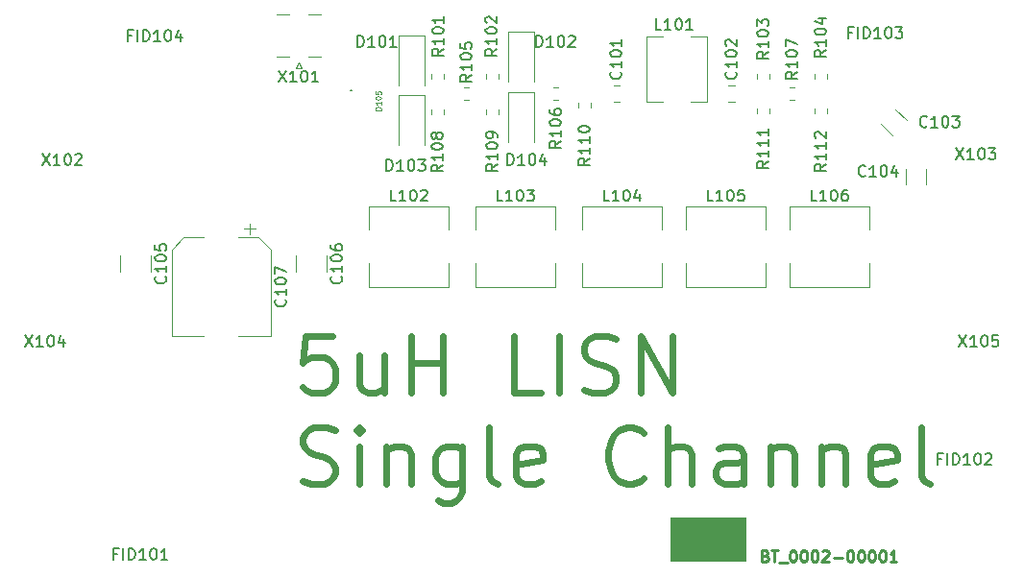
<source format=gbr>
%TF.GenerationSoftware,KiCad,Pcbnew,8.0.5*%
%TF.CreationDate,2024-11-14T08:39:16+01:00*%
%TF.ProjectId,LISN_5u,4c49534e-5f35-4752-9e6b-696361645f70,rev?*%
%TF.SameCoordinates,Original*%
%TF.FileFunction,Legend,Top*%
%TF.FilePolarity,Positive*%
%FSLAX46Y46*%
G04 Gerber Fmt 4.6, Leading zero omitted, Abs format (unit mm)*
G04 Created by KiCad (PCBNEW 8.0.5) date 2024-11-14 08:39:16*
%MOMM*%
%LPD*%
G01*
G04 APERTURE LIST*
%ADD10C,0.100000*%
%ADD11C,0.250000*%
%ADD12C,0.625000*%
%ADD13C,0.150000*%
%ADD14C,0.120000*%
%ADD15C,0.200000*%
G04 APERTURE END LIST*
D10*
X127974000Y-113538000D02*
X134578000Y-113538000D01*
X134578000Y-117348000D01*
X127974000Y-117348000D01*
X127974000Y-113538000D01*
G36*
X127974000Y-113538000D02*
G01*
X134578000Y-113538000D01*
X134578000Y-117348000D01*
X127974000Y-117348000D01*
X127974000Y-113538000D01*
G37*
D11*
X136329901Y-116942809D02*
X136472758Y-116990428D01*
X136472758Y-116990428D02*
X136520377Y-117038047D01*
X136520377Y-117038047D02*
X136567996Y-117133285D01*
X136567996Y-117133285D02*
X136567996Y-117276142D01*
X136567996Y-117276142D02*
X136520377Y-117371380D01*
X136520377Y-117371380D02*
X136472758Y-117419000D01*
X136472758Y-117419000D02*
X136377520Y-117466619D01*
X136377520Y-117466619D02*
X135996568Y-117466619D01*
X135996568Y-117466619D02*
X135996568Y-116466619D01*
X135996568Y-116466619D02*
X136329901Y-116466619D01*
X136329901Y-116466619D02*
X136425139Y-116514238D01*
X136425139Y-116514238D02*
X136472758Y-116561857D01*
X136472758Y-116561857D02*
X136520377Y-116657095D01*
X136520377Y-116657095D02*
X136520377Y-116752333D01*
X136520377Y-116752333D02*
X136472758Y-116847571D01*
X136472758Y-116847571D02*
X136425139Y-116895190D01*
X136425139Y-116895190D02*
X136329901Y-116942809D01*
X136329901Y-116942809D02*
X135996568Y-116942809D01*
X136853711Y-116466619D02*
X137425139Y-116466619D01*
X137139425Y-117466619D02*
X137139425Y-116466619D01*
X137520378Y-117561857D02*
X138282282Y-117561857D01*
X138710854Y-116466619D02*
X138806092Y-116466619D01*
X138806092Y-116466619D02*
X138901330Y-116514238D01*
X138901330Y-116514238D02*
X138948949Y-116561857D01*
X138948949Y-116561857D02*
X138996568Y-116657095D01*
X138996568Y-116657095D02*
X139044187Y-116847571D01*
X139044187Y-116847571D02*
X139044187Y-117085666D01*
X139044187Y-117085666D02*
X138996568Y-117276142D01*
X138996568Y-117276142D02*
X138948949Y-117371380D01*
X138948949Y-117371380D02*
X138901330Y-117419000D01*
X138901330Y-117419000D02*
X138806092Y-117466619D01*
X138806092Y-117466619D02*
X138710854Y-117466619D01*
X138710854Y-117466619D02*
X138615616Y-117419000D01*
X138615616Y-117419000D02*
X138567997Y-117371380D01*
X138567997Y-117371380D02*
X138520378Y-117276142D01*
X138520378Y-117276142D02*
X138472759Y-117085666D01*
X138472759Y-117085666D02*
X138472759Y-116847571D01*
X138472759Y-116847571D02*
X138520378Y-116657095D01*
X138520378Y-116657095D02*
X138567997Y-116561857D01*
X138567997Y-116561857D02*
X138615616Y-116514238D01*
X138615616Y-116514238D02*
X138710854Y-116466619D01*
X139663235Y-116466619D02*
X139758473Y-116466619D01*
X139758473Y-116466619D02*
X139853711Y-116514238D01*
X139853711Y-116514238D02*
X139901330Y-116561857D01*
X139901330Y-116561857D02*
X139948949Y-116657095D01*
X139948949Y-116657095D02*
X139996568Y-116847571D01*
X139996568Y-116847571D02*
X139996568Y-117085666D01*
X139996568Y-117085666D02*
X139948949Y-117276142D01*
X139948949Y-117276142D02*
X139901330Y-117371380D01*
X139901330Y-117371380D02*
X139853711Y-117419000D01*
X139853711Y-117419000D02*
X139758473Y-117466619D01*
X139758473Y-117466619D02*
X139663235Y-117466619D01*
X139663235Y-117466619D02*
X139567997Y-117419000D01*
X139567997Y-117419000D02*
X139520378Y-117371380D01*
X139520378Y-117371380D02*
X139472759Y-117276142D01*
X139472759Y-117276142D02*
X139425140Y-117085666D01*
X139425140Y-117085666D02*
X139425140Y-116847571D01*
X139425140Y-116847571D02*
X139472759Y-116657095D01*
X139472759Y-116657095D02*
X139520378Y-116561857D01*
X139520378Y-116561857D02*
X139567997Y-116514238D01*
X139567997Y-116514238D02*
X139663235Y-116466619D01*
X140615616Y-116466619D02*
X140710854Y-116466619D01*
X140710854Y-116466619D02*
X140806092Y-116514238D01*
X140806092Y-116514238D02*
X140853711Y-116561857D01*
X140853711Y-116561857D02*
X140901330Y-116657095D01*
X140901330Y-116657095D02*
X140948949Y-116847571D01*
X140948949Y-116847571D02*
X140948949Y-117085666D01*
X140948949Y-117085666D02*
X140901330Y-117276142D01*
X140901330Y-117276142D02*
X140853711Y-117371380D01*
X140853711Y-117371380D02*
X140806092Y-117419000D01*
X140806092Y-117419000D02*
X140710854Y-117466619D01*
X140710854Y-117466619D02*
X140615616Y-117466619D01*
X140615616Y-117466619D02*
X140520378Y-117419000D01*
X140520378Y-117419000D02*
X140472759Y-117371380D01*
X140472759Y-117371380D02*
X140425140Y-117276142D01*
X140425140Y-117276142D02*
X140377521Y-117085666D01*
X140377521Y-117085666D02*
X140377521Y-116847571D01*
X140377521Y-116847571D02*
X140425140Y-116657095D01*
X140425140Y-116657095D02*
X140472759Y-116561857D01*
X140472759Y-116561857D02*
X140520378Y-116514238D01*
X140520378Y-116514238D02*
X140615616Y-116466619D01*
X141329902Y-116561857D02*
X141377521Y-116514238D01*
X141377521Y-116514238D02*
X141472759Y-116466619D01*
X141472759Y-116466619D02*
X141710854Y-116466619D01*
X141710854Y-116466619D02*
X141806092Y-116514238D01*
X141806092Y-116514238D02*
X141853711Y-116561857D01*
X141853711Y-116561857D02*
X141901330Y-116657095D01*
X141901330Y-116657095D02*
X141901330Y-116752333D01*
X141901330Y-116752333D02*
X141853711Y-116895190D01*
X141853711Y-116895190D02*
X141282283Y-117466619D01*
X141282283Y-117466619D02*
X141901330Y-117466619D01*
X142329902Y-117085666D02*
X143091807Y-117085666D01*
X143758473Y-116466619D02*
X143853711Y-116466619D01*
X143853711Y-116466619D02*
X143948949Y-116514238D01*
X143948949Y-116514238D02*
X143996568Y-116561857D01*
X143996568Y-116561857D02*
X144044187Y-116657095D01*
X144044187Y-116657095D02*
X144091806Y-116847571D01*
X144091806Y-116847571D02*
X144091806Y-117085666D01*
X144091806Y-117085666D02*
X144044187Y-117276142D01*
X144044187Y-117276142D02*
X143996568Y-117371380D01*
X143996568Y-117371380D02*
X143948949Y-117419000D01*
X143948949Y-117419000D02*
X143853711Y-117466619D01*
X143853711Y-117466619D02*
X143758473Y-117466619D01*
X143758473Y-117466619D02*
X143663235Y-117419000D01*
X143663235Y-117419000D02*
X143615616Y-117371380D01*
X143615616Y-117371380D02*
X143567997Y-117276142D01*
X143567997Y-117276142D02*
X143520378Y-117085666D01*
X143520378Y-117085666D02*
X143520378Y-116847571D01*
X143520378Y-116847571D02*
X143567997Y-116657095D01*
X143567997Y-116657095D02*
X143615616Y-116561857D01*
X143615616Y-116561857D02*
X143663235Y-116514238D01*
X143663235Y-116514238D02*
X143758473Y-116466619D01*
X144710854Y-116466619D02*
X144806092Y-116466619D01*
X144806092Y-116466619D02*
X144901330Y-116514238D01*
X144901330Y-116514238D02*
X144948949Y-116561857D01*
X144948949Y-116561857D02*
X144996568Y-116657095D01*
X144996568Y-116657095D02*
X145044187Y-116847571D01*
X145044187Y-116847571D02*
X145044187Y-117085666D01*
X145044187Y-117085666D02*
X144996568Y-117276142D01*
X144996568Y-117276142D02*
X144948949Y-117371380D01*
X144948949Y-117371380D02*
X144901330Y-117419000D01*
X144901330Y-117419000D02*
X144806092Y-117466619D01*
X144806092Y-117466619D02*
X144710854Y-117466619D01*
X144710854Y-117466619D02*
X144615616Y-117419000D01*
X144615616Y-117419000D02*
X144567997Y-117371380D01*
X144567997Y-117371380D02*
X144520378Y-117276142D01*
X144520378Y-117276142D02*
X144472759Y-117085666D01*
X144472759Y-117085666D02*
X144472759Y-116847571D01*
X144472759Y-116847571D02*
X144520378Y-116657095D01*
X144520378Y-116657095D02*
X144567997Y-116561857D01*
X144567997Y-116561857D02*
X144615616Y-116514238D01*
X144615616Y-116514238D02*
X144710854Y-116466619D01*
X145663235Y-116466619D02*
X145758473Y-116466619D01*
X145758473Y-116466619D02*
X145853711Y-116514238D01*
X145853711Y-116514238D02*
X145901330Y-116561857D01*
X145901330Y-116561857D02*
X145948949Y-116657095D01*
X145948949Y-116657095D02*
X145996568Y-116847571D01*
X145996568Y-116847571D02*
X145996568Y-117085666D01*
X145996568Y-117085666D02*
X145948949Y-117276142D01*
X145948949Y-117276142D02*
X145901330Y-117371380D01*
X145901330Y-117371380D02*
X145853711Y-117419000D01*
X145853711Y-117419000D02*
X145758473Y-117466619D01*
X145758473Y-117466619D02*
X145663235Y-117466619D01*
X145663235Y-117466619D02*
X145567997Y-117419000D01*
X145567997Y-117419000D02*
X145520378Y-117371380D01*
X145520378Y-117371380D02*
X145472759Y-117276142D01*
X145472759Y-117276142D02*
X145425140Y-117085666D01*
X145425140Y-117085666D02*
X145425140Y-116847571D01*
X145425140Y-116847571D02*
X145472759Y-116657095D01*
X145472759Y-116657095D02*
X145520378Y-116561857D01*
X145520378Y-116561857D02*
X145567997Y-116514238D01*
X145567997Y-116514238D02*
X145663235Y-116466619D01*
X146615616Y-116466619D02*
X146710854Y-116466619D01*
X146710854Y-116466619D02*
X146806092Y-116514238D01*
X146806092Y-116514238D02*
X146853711Y-116561857D01*
X146853711Y-116561857D02*
X146901330Y-116657095D01*
X146901330Y-116657095D02*
X146948949Y-116847571D01*
X146948949Y-116847571D02*
X146948949Y-117085666D01*
X146948949Y-117085666D02*
X146901330Y-117276142D01*
X146901330Y-117276142D02*
X146853711Y-117371380D01*
X146853711Y-117371380D02*
X146806092Y-117419000D01*
X146806092Y-117419000D02*
X146710854Y-117466619D01*
X146710854Y-117466619D02*
X146615616Y-117466619D01*
X146615616Y-117466619D02*
X146520378Y-117419000D01*
X146520378Y-117419000D02*
X146472759Y-117371380D01*
X146472759Y-117371380D02*
X146425140Y-117276142D01*
X146425140Y-117276142D02*
X146377521Y-117085666D01*
X146377521Y-117085666D02*
X146377521Y-116847571D01*
X146377521Y-116847571D02*
X146425140Y-116657095D01*
X146425140Y-116657095D02*
X146472759Y-116561857D01*
X146472759Y-116561857D02*
X146520378Y-116514238D01*
X146520378Y-116514238D02*
X146615616Y-116466619D01*
X147901330Y-117466619D02*
X147329902Y-117466619D01*
X147615616Y-117466619D02*
X147615616Y-116466619D01*
X147615616Y-116466619D02*
X147520378Y-116609476D01*
X147520378Y-116609476D02*
X147425140Y-116704714D01*
X147425140Y-116704714D02*
X147329902Y-116752333D01*
D12*
X98174612Y-97557875D02*
X95793660Y-97557875D01*
X95793660Y-97557875D02*
X95555564Y-99938827D01*
X95555564Y-99938827D02*
X95793660Y-99700732D01*
X95793660Y-99700732D02*
X96269850Y-99462637D01*
X96269850Y-99462637D02*
X97460326Y-99462637D01*
X97460326Y-99462637D02*
X97936517Y-99700732D01*
X97936517Y-99700732D02*
X98174612Y-99938827D01*
X98174612Y-99938827D02*
X98412707Y-100415018D01*
X98412707Y-100415018D02*
X98412707Y-101605494D01*
X98412707Y-101605494D02*
X98174612Y-102081684D01*
X98174612Y-102081684D02*
X97936517Y-102319780D01*
X97936517Y-102319780D02*
X97460326Y-102557875D01*
X97460326Y-102557875D02*
X96269850Y-102557875D01*
X96269850Y-102557875D02*
X95793660Y-102319780D01*
X95793660Y-102319780D02*
X95555564Y-102081684D01*
X102698422Y-99224541D02*
X102698422Y-102557875D01*
X100555565Y-99224541D02*
X100555565Y-101843589D01*
X100555565Y-101843589D02*
X100793660Y-102319780D01*
X100793660Y-102319780D02*
X101269850Y-102557875D01*
X101269850Y-102557875D02*
X101984136Y-102557875D01*
X101984136Y-102557875D02*
X102460327Y-102319780D01*
X102460327Y-102319780D02*
X102698422Y-102081684D01*
X105079375Y-102557875D02*
X105079375Y-97557875D01*
X105079375Y-99938827D02*
X107936518Y-99938827D01*
X107936518Y-102557875D02*
X107936518Y-97557875D01*
X116507946Y-102557875D02*
X114126994Y-102557875D01*
X114126994Y-102557875D02*
X114126994Y-97557875D01*
X118174613Y-102557875D02*
X118174613Y-97557875D01*
X120317469Y-102319780D02*
X121031755Y-102557875D01*
X121031755Y-102557875D02*
X122222231Y-102557875D01*
X122222231Y-102557875D02*
X122698422Y-102319780D01*
X122698422Y-102319780D02*
X122936517Y-102081684D01*
X122936517Y-102081684D02*
X123174612Y-101605494D01*
X123174612Y-101605494D02*
X123174612Y-101129303D01*
X123174612Y-101129303D02*
X122936517Y-100653113D01*
X122936517Y-100653113D02*
X122698422Y-100415018D01*
X122698422Y-100415018D02*
X122222231Y-100176922D01*
X122222231Y-100176922D02*
X121269850Y-99938827D01*
X121269850Y-99938827D02*
X120793660Y-99700732D01*
X120793660Y-99700732D02*
X120555565Y-99462637D01*
X120555565Y-99462637D02*
X120317469Y-98986446D01*
X120317469Y-98986446D02*
X120317469Y-98510256D01*
X120317469Y-98510256D02*
X120555565Y-98034065D01*
X120555565Y-98034065D02*
X120793660Y-97795970D01*
X120793660Y-97795970D02*
X121269850Y-97557875D01*
X121269850Y-97557875D02*
X122460327Y-97557875D01*
X122460327Y-97557875D02*
X123174612Y-97795970D01*
X125317470Y-102557875D02*
X125317470Y-97557875D01*
X125317470Y-97557875D02*
X128174613Y-102557875D01*
X128174613Y-102557875D02*
X128174613Y-97557875D01*
X95555564Y-110369500D02*
X96269850Y-110607595D01*
X96269850Y-110607595D02*
X97460326Y-110607595D01*
X97460326Y-110607595D02*
X97936517Y-110369500D01*
X97936517Y-110369500D02*
X98174612Y-110131404D01*
X98174612Y-110131404D02*
X98412707Y-109655214D01*
X98412707Y-109655214D02*
X98412707Y-109179023D01*
X98412707Y-109179023D02*
X98174612Y-108702833D01*
X98174612Y-108702833D02*
X97936517Y-108464738D01*
X97936517Y-108464738D02*
X97460326Y-108226642D01*
X97460326Y-108226642D02*
X96507945Y-107988547D01*
X96507945Y-107988547D02*
X96031755Y-107750452D01*
X96031755Y-107750452D02*
X95793660Y-107512357D01*
X95793660Y-107512357D02*
X95555564Y-107036166D01*
X95555564Y-107036166D02*
X95555564Y-106559976D01*
X95555564Y-106559976D02*
X95793660Y-106083785D01*
X95793660Y-106083785D02*
X96031755Y-105845690D01*
X96031755Y-105845690D02*
X96507945Y-105607595D01*
X96507945Y-105607595D02*
X97698422Y-105607595D01*
X97698422Y-105607595D02*
X98412707Y-105845690D01*
X100555565Y-110607595D02*
X100555565Y-107274261D01*
X100555565Y-105607595D02*
X100317469Y-105845690D01*
X100317469Y-105845690D02*
X100555565Y-106083785D01*
X100555565Y-106083785D02*
X100793660Y-105845690D01*
X100793660Y-105845690D02*
X100555565Y-105607595D01*
X100555565Y-105607595D02*
X100555565Y-106083785D01*
X102936517Y-107274261D02*
X102936517Y-110607595D01*
X102936517Y-107750452D02*
X103174612Y-107512357D01*
X103174612Y-107512357D02*
X103650802Y-107274261D01*
X103650802Y-107274261D02*
X104365088Y-107274261D01*
X104365088Y-107274261D02*
X104841279Y-107512357D01*
X104841279Y-107512357D02*
X105079374Y-107988547D01*
X105079374Y-107988547D02*
X105079374Y-110607595D01*
X109603184Y-107274261D02*
X109603184Y-111321880D01*
X109603184Y-111321880D02*
X109365089Y-111798071D01*
X109365089Y-111798071D02*
X109126993Y-112036166D01*
X109126993Y-112036166D02*
X108650803Y-112274261D01*
X108650803Y-112274261D02*
X107936517Y-112274261D01*
X107936517Y-112274261D02*
X107460327Y-112036166D01*
X109603184Y-110369500D02*
X109126993Y-110607595D01*
X109126993Y-110607595D02*
X108174612Y-110607595D01*
X108174612Y-110607595D02*
X107698422Y-110369500D01*
X107698422Y-110369500D02*
X107460327Y-110131404D01*
X107460327Y-110131404D02*
X107222231Y-109655214D01*
X107222231Y-109655214D02*
X107222231Y-108226642D01*
X107222231Y-108226642D02*
X107460327Y-107750452D01*
X107460327Y-107750452D02*
X107698422Y-107512357D01*
X107698422Y-107512357D02*
X108174612Y-107274261D01*
X108174612Y-107274261D02*
X109126993Y-107274261D01*
X109126993Y-107274261D02*
X109603184Y-107512357D01*
X112698422Y-110607595D02*
X112222232Y-110369500D01*
X112222232Y-110369500D02*
X111984137Y-109893309D01*
X111984137Y-109893309D02*
X111984137Y-105607595D01*
X116507947Y-110369500D02*
X116031756Y-110607595D01*
X116031756Y-110607595D02*
X115079375Y-110607595D01*
X115079375Y-110607595D02*
X114603185Y-110369500D01*
X114603185Y-110369500D02*
X114365089Y-109893309D01*
X114365089Y-109893309D02*
X114365089Y-107988547D01*
X114365089Y-107988547D02*
X114603185Y-107512357D01*
X114603185Y-107512357D02*
X115079375Y-107274261D01*
X115079375Y-107274261D02*
X116031756Y-107274261D01*
X116031756Y-107274261D02*
X116507947Y-107512357D01*
X116507947Y-107512357D02*
X116746042Y-107988547D01*
X116746042Y-107988547D02*
X116746042Y-108464738D01*
X116746042Y-108464738D02*
X114365089Y-108940928D01*
X125555566Y-110131404D02*
X125317470Y-110369500D01*
X125317470Y-110369500D02*
X124603185Y-110607595D01*
X124603185Y-110607595D02*
X124126994Y-110607595D01*
X124126994Y-110607595D02*
X123412708Y-110369500D01*
X123412708Y-110369500D02*
X122936518Y-109893309D01*
X122936518Y-109893309D02*
X122698423Y-109417119D01*
X122698423Y-109417119D02*
X122460327Y-108464738D01*
X122460327Y-108464738D02*
X122460327Y-107750452D01*
X122460327Y-107750452D02*
X122698423Y-106798071D01*
X122698423Y-106798071D02*
X122936518Y-106321880D01*
X122936518Y-106321880D02*
X123412708Y-105845690D01*
X123412708Y-105845690D02*
X124126994Y-105607595D01*
X124126994Y-105607595D02*
X124603185Y-105607595D01*
X124603185Y-105607595D02*
X125317470Y-105845690D01*
X125317470Y-105845690D02*
X125555566Y-106083785D01*
X127698423Y-110607595D02*
X127698423Y-105607595D01*
X129841280Y-110607595D02*
X129841280Y-107988547D01*
X129841280Y-107988547D02*
X129603185Y-107512357D01*
X129603185Y-107512357D02*
X129126994Y-107274261D01*
X129126994Y-107274261D02*
X128412708Y-107274261D01*
X128412708Y-107274261D02*
X127936518Y-107512357D01*
X127936518Y-107512357D02*
X127698423Y-107750452D01*
X134365090Y-110607595D02*
X134365090Y-107988547D01*
X134365090Y-107988547D02*
X134126995Y-107512357D01*
X134126995Y-107512357D02*
X133650804Y-107274261D01*
X133650804Y-107274261D02*
X132698423Y-107274261D01*
X132698423Y-107274261D02*
X132222233Y-107512357D01*
X134365090Y-110369500D02*
X133888899Y-110607595D01*
X133888899Y-110607595D02*
X132698423Y-110607595D01*
X132698423Y-110607595D02*
X132222233Y-110369500D01*
X132222233Y-110369500D02*
X131984137Y-109893309D01*
X131984137Y-109893309D02*
X131984137Y-109417119D01*
X131984137Y-109417119D02*
X132222233Y-108940928D01*
X132222233Y-108940928D02*
X132698423Y-108702833D01*
X132698423Y-108702833D02*
X133888899Y-108702833D01*
X133888899Y-108702833D02*
X134365090Y-108464738D01*
X136746043Y-107274261D02*
X136746043Y-110607595D01*
X136746043Y-107750452D02*
X136984138Y-107512357D01*
X136984138Y-107512357D02*
X137460328Y-107274261D01*
X137460328Y-107274261D02*
X138174614Y-107274261D01*
X138174614Y-107274261D02*
X138650805Y-107512357D01*
X138650805Y-107512357D02*
X138888900Y-107988547D01*
X138888900Y-107988547D02*
X138888900Y-110607595D01*
X141269853Y-107274261D02*
X141269853Y-110607595D01*
X141269853Y-107750452D02*
X141507948Y-107512357D01*
X141507948Y-107512357D02*
X141984138Y-107274261D01*
X141984138Y-107274261D02*
X142698424Y-107274261D01*
X142698424Y-107274261D02*
X143174615Y-107512357D01*
X143174615Y-107512357D02*
X143412710Y-107988547D01*
X143412710Y-107988547D02*
X143412710Y-110607595D01*
X147698425Y-110369500D02*
X147222234Y-110607595D01*
X147222234Y-110607595D02*
X146269853Y-110607595D01*
X146269853Y-110607595D02*
X145793663Y-110369500D01*
X145793663Y-110369500D02*
X145555567Y-109893309D01*
X145555567Y-109893309D02*
X145555567Y-107988547D01*
X145555567Y-107988547D02*
X145793663Y-107512357D01*
X145793663Y-107512357D02*
X146269853Y-107274261D01*
X146269853Y-107274261D02*
X147222234Y-107274261D01*
X147222234Y-107274261D02*
X147698425Y-107512357D01*
X147698425Y-107512357D02*
X147936520Y-107988547D01*
X147936520Y-107988547D02*
X147936520Y-108464738D01*
X147936520Y-108464738D02*
X145555567Y-108940928D01*
X150793662Y-110607595D02*
X150317472Y-110369500D01*
X150317472Y-110369500D02*
X150079377Y-109893309D01*
X150079377Y-109893309D02*
X150079377Y-105607595D01*
D13*
X98925580Y-92305047D02*
X98973200Y-92352666D01*
X98973200Y-92352666D02*
X99020819Y-92495523D01*
X99020819Y-92495523D02*
X99020819Y-92590761D01*
X99020819Y-92590761D02*
X98973200Y-92733618D01*
X98973200Y-92733618D02*
X98877961Y-92828856D01*
X98877961Y-92828856D02*
X98782723Y-92876475D01*
X98782723Y-92876475D02*
X98592247Y-92924094D01*
X98592247Y-92924094D02*
X98449390Y-92924094D01*
X98449390Y-92924094D02*
X98258914Y-92876475D01*
X98258914Y-92876475D02*
X98163676Y-92828856D01*
X98163676Y-92828856D02*
X98068438Y-92733618D01*
X98068438Y-92733618D02*
X98020819Y-92590761D01*
X98020819Y-92590761D02*
X98020819Y-92495523D01*
X98020819Y-92495523D02*
X98068438Y-92352666D01*
X98068438Y-92352666D02*
X98116057Y-92305047D01*
X99020819Y-91352666D02*
X99020819Y-91924094D01*
X99020819Y-91638380D02*
X98020819Y-91638380D01*
X98020819Y-91638380D02*
X98163676Y-91733618D01*
X98163676Y-91733618D02*
X98258914Y-91828856D01*
X98258914Y-91828856D02*
X98306533Y-91924094D01*
X98020819Y-90733618D02*
X98020819Y-90638380D01*
X98020819Y-90638380D02*
X98068438Y-90543142D01*
X98068438Y-90543142D02*
X98116057Y-90495523D01*
X98116057Y-90495523D02*
X98211295Y-90447904D01*
X98211295Y-90447904D02*
X98401771Y-90400285D01*
X98401771Y-90400285D02*
X98639866Y-90400285D01*
X98639866Y-90400285D02*
X98830342Y-90447904D01*
X98830342Y-90447904D02*
X98925580Y-90495523D01*
X98925580Y-90495523D02*
X98973200Y-90543142D01*
X98973200Y-90543142D02*
X99020819Y-90638380D01*
X99020819Y-90638380D02*
X99020819Y-90733618D01*
X99020819Y-90733618D02*
X98973200Y-90828856D01*
X98973200Y-90828856D02*
X98925580Y-90876475D01*
X98925580Y-90876475D02*
X98830342Y-90924094D01*
X98830342Y-90924094D02*
X98639866Y-90971713D01*
X98639866Y-90971713D02*
X98401771Y-90971713D01*
X98401771Y-90971713D02*
X98211295Y-90924094D01*
X98211295Y-90924094D02*
X98116057Y-90876475D01*
X98116057Y-90876475D02*
X98068438Y-90828856D01*
X98068438Y-90828856D02*
X98020819Y-90733618D01*
X98020819Y-89543142D02*
X98020819Y-89733618D01*
X98020819Y-89733618D02*
X98068438Y-89828856D01*
X98068438Y-89828856D02*
X98116057Y-89876475D01*
X98116057Y-89876475D02*
X98258914Y-89971713D01*
X98258914Y-89971713D02*
X98449390Y-90019332D01*
X98449390Y-90019332D02*
X98830342Y-90019332D01*
X98830342Y-90019332D02*
X98925580Y-89971713D01*
X98925580Y-89971713D02*
X98973200Y-89924094D01*
X98973200Y-89924094D02*
X99020819Y-89828856D01*
X99020819Y-89828856D02*
X99020819Y-89638380D01*
X99020819Y-89638380D02*
X98973200Y-89543142D01*
X98973200Y-89543142D02*
X98925580Y-89495523D01*
X98925580Y-89495523D02*
X98830342Y-89447904D01*
X98830342Y-89447904D02*
X98592247Y-89447904D01*
X98592247Y-89447904D02*
X98497009Y-89495523D01*
X98497009Y-89495523D02*
X98449390Y-89543142D01*
X98449390Y-89543142D02*
X98401771Y-89638380D01*
X98401771Y-89638380D02*
X98401771Y-89828856D01*
X98401771Y-89828856D02*
X98449390Y-89924094D01*
X98449390Y-89924094D02*
X98497009Y-89971713D01*
X98497009Y-89971713D02*
X98592247Y-90019332D01*
X136598819Y-82145047D02*
X136122628Y-82478380D01*
X136598819Y-82716475D02*
X135598819Y-82716475D01*
X135598819Y-82716475D02*
X135598819Y-82335523D01*
X135598819Y-82335523D02*
X135646438Y-82240285D01*
X135646438Y-82240285D02*
X135694057Y-82192666D01*
X135694057Y-82192666D02*
X135789295Y-82145047D01*
X135789295Y-82145047D02*
X135932152Y-82145047D01*
X135932152Y-82145047D02*
X136027390Y-82192666D01*
X136027390Y-82192666D02*
X136075009Y-82240285D01*
X136075009Y-82240285D02*
X136122628Y-82335523D01*
X136122628Y-82335523D02*
X136122628Y-82716475D01*
X136598819Y-81192666D02*
X136598819Y-81764094D01*
X136598819Y-81478380D02*
X135598819Y-81478380D01*
X135598819Y-81478380D02*
X135741676Y-81573618D01*
X135741676Y-81573618D02*
X135836914Y-81668856D01*
X135836914Y-81668856D02*
X135884533Y-81764094D01*
X136598819Y-80240285D02*
X136598819Y-80811713D01*
X136598819Y-80525999D02*
X135598819Y-80525999D01*
X135598819Y-80525999D02*
X135741676Y-80621237D01*
X135741676Y-80621237D02*
X135836914Y-80716475D01*
X135836914Y-80716475D02*
X135884533Y-80811713D01*
X136598819Y-79287904D02*
X136598819Y-79859332D01*
X136598819Y-79573618D02*
X135598819Y-79573618D01*
X135598819Y-79573618D02*
X135741676Y-79668856D01*
X135741676Y-79668856D02*
X135836914Y-79764094D01*
X135836914Y-79764094D02*
X135884533Y-79859332D01*
X107896819Y-82462047D02*
X107420628Y-82795380D01*
X107896819Y-83033475D02*
X106896819Y-83033475D01*
X106896819Y-83033475D02*
X106896819Y-82652523D01*
X106896819Y-82652523D02*
X106944438Y-82557285D01*
X106944438Y-82557285D02*
X106992057Y-82509666D01*
X106992057Y-82509666D02*
X107087295Y-82462047D01*
X107087295Y-82462047D02*
X107230152Y-82462047D01*
X107230152Y-82462047D02*
X107325390Y-82509666D01*
X107325390Y-82509666D02*
X107373009Y-82557285D01*
X107373009Y-82557285D02*
X107420628Y-82652523D01*
X107420628Y-82652523D02*
X107420628Y-83033475D01*
X107896819Y-81509666D02*
X107896819Y-82081094D01*
X107896819Y-81795380D02*
X106896819Y-81795380D01*
X106896819Y-81795380D02*
X107039676Y-81890618D01*
X107039676Y-81890618D02*
X107134914Y-81985856D01*
X107134914Y-81985856D02*
X107182533Y-82081094D01*
X106896819Y-80890618D02*
X106896819Y-80795380D01*
X106896819Y-80795380D02*
X106944438Y-80700142D01*
X106944438Y-80700142D02*
X106992057Y-80652523D01*
X106992057Y-80652523D02*
X107087295Y-80604904D01*
X107087295Y-80604904D02*
X107277771Y-80557285D01*
X107277771Y-80557285D02*
X107515866Y-80557285D01*
X107515866Y-80557285D02*
X107706342Y-80604904D01*
X107706342Y-80604904D02*
X107801580Y-80652523D01*
X107801580Y-80652523D02*
X107849200Y-80700142D01*
X107849200Y-80700142D02*
X107896819Y-80795380D01*
X107896819Y-80795380D02*
X107896819Y-80890618D01*
X107896819Y-80890618D02*
X107849200Y-80985856D01*
X107849200Y-80985856D02*
X107801580Y-81033475D01*
X107801580Y-81033475D02*
X107706342Y-81081094D01*
X107706342Y-81081094D02*
X107515866Y-81128713D01*
X107515866Y-81128713D02*
X107277771Y-81128713D01*
X107277771Y-81128713D02*
X107087295Y-81081094D01*
X107087295Y-81081094D02*
X106992057Y-81033475D01*
X106992057Y-81033475D02*
X106944438Y-80985856D01*
X106944438Y-80985856D02*
X106896819Y-80890618D01*
X107325390Y-79985856D02*
X107277771Y-80081094D01*
X107277771Y-80081094D02*
X107230152Y-80128713D01*
X107230152Y-80128713D02*
X107134914Y-80176332D01*
X107134914Y-80176332D02*
X107087295Y-80176332D01*
X107087295Y-80176332D02*
X106992057Y-80128713D01*
X106992057Y-80128713D02*
X106944438Y-80081094D01*
X106944438Y-80081094D02*
X106896819Y-79985856D01*
X106896819Y-79985856D02*
X106896819Y-79795380D01*
X106896819Y-79795380D02*
X106944438Y-79700142D01*
X106944438Y-79700142D02*
X106992057Y-79652523D01*
X106992057Y-79652523D02*
X107087295Y-79604904D01*
X107087295Y-79604904D02*
X107134914Y-79604904D01*
X107134914Y-79604904D02*
X107230152Y-79652523D01*
X107230152Y-79652523D02*
X107277771Y-79700142D01*
X107277771Y-79700142D02*
X107325390Y-79795380D01*
X107325390Y-79795380D02*
X107325390Y-79985856D01*
X107325390Y-79985856D02*
X107373009Y-80081094D01*
X107373009Y-80081094D02*
X107420628Y-80128713D01*
X107420628Y-80128713D02*
X107515866Y-80176332D01*
X107515866Y-80176332D02*
X107706342Y-80176332D01*
X107706342Y-80176332D02*
X107801580Y-80128713D01*
X107801580Y-80128713D02*
X107849200Y-80081094D01*
X107849200Y-80081094D02*
X107896819Y-79985856D01*
X107896819Y-79985856D02*
X107896819Y-79795380D01*
X107896819Y-79795380D02*
X107849200Y-79700142D01*
X107849200Y-79700142D02*
X107801580Y-79652523D01*
X107801580Y-79652523D02*
X107706342Y-79604904D01*
X107706342Y-79604904D02*
X107515866Y-79604904D01*
X107515866Y-79604904D02*
X107420628Y-79652523D01*
X107420628Y-79652523D02*
X107373009Y-79700142D01*
X107373009Y-79700142D02*
X107325390Y-79795380D01*
X143984190Y-70797009D02*
X143650857Y-70797009D01*
X143650857Y-71320819D02*
X143650857Y-70320819D01*
X143650857Y-70320819D02*
X144127047Y-70320819D01*
X144508000Y-71320819D02*
X144508000Y-70320819D01*
X144984190Y-71320819D02*
X144984190Y-70320819D01*
X144984190Y-70320819D02*
X145222285Y-70320819D01*
X145222285Y-70320819D02*
X145365142Y-70368438D01*
X145365142Y-70368438D02*
X145460380Y-70463676D01*
X145460380Y-70463676D02*
X145507999Y-70558914D01*
X145507999Y-70558914D02*
X145555618Y-70749390D01*
X145555618Y-70749390D02*
X145555618Y-70892247D01*
X145555618Y-70892247D02*
X145507999Y-71082723D01*
X145507999Y-71082723D02*
X145460380Y-71177961D01*
X145460380Y-71177961D02*
X145365142Y-71273200D01*
X145365142Y-71273200D02*
X145222285Y-71320819D01*
X145222285Y-71320819D02*
X144984190Y-71320819D01*
X146507999Y-71320819D02*
X145936571Y-71320819D01*
X146222285Y-71320819D02*
X146222285Y-70320819D01*
X146222285Y-70320819D02*
X146127047Y-70463676D01*
X146127047Y-70463676D02*
X146031809Y-70558914D01*
X146031809Y-70558914D02*
X145936571Y-70606533D01*
X147127047Y-70320819D02*
X147222285Y-70320819D01*
X147222285Y-70320819D02*
X147317523Y-70368438D01*
X147317523Y-70368438D02*
X147365142Y-70416057D01*
X147365142Y-70416057D02*
X147412761Y-70511295D01*
X147412761Y-70511295D02*
X147460380Y-70701771D01*
X147460380Y-70701771D02*
X147460380Y-70939866D01*
X147460380Y-70939866D02*
X147412761Y-71130342D01*
X147412761Y-71130342D02*
X147365142Y-71225580D01*
X147365142Y-71225580D02*
X147317523Y-71273200D01*
X147317523Y-71273200D02*
X147222285Y-71320819D01*
X147222285Y-71320819D02*
X147127047Y-71320819D01*
X147127047Y-71320819D02*
X147031809Y-71273200D01*
X147031809Y-71273200D02*
X146984190Y-71225580D01*
X146984190Y-71225580D02*
X146936571Y-71130342D01*
X146936571Y-71130342D02*
X146888952Y-70939866D01*
X146888952Y-70939866D02*
X146888952Y-70701771D01*
X146888952Y-70701771D02*
X146936571Y-70511295D01*
X146936571Y-70511295D02*
X146984190Y-70416057D01*
X146984190Y-70416057D02*
X147031809Y-70368438D01*
X147031809Y-70368438D02*
X147127047Y-70320819D01*
X147793714Y-70320819D02*
X148412761Y-70320819D01*
X148412761Y-70320819D02*
X148079428Y-70701771D01*
X148079428Y-70701771D02*
X148222285Y-70701771D01*
X148222285Y-70701771D02*
X148317523Y-70749390D01*
X148317523Y-70749390D02*
X148365142Y-70797009D01*
X148365142Y-70797009D02*
X148412761Y-70892247D01*
X148412761Y-70892247D02*
X148412761Y-71130342D01*
X148412761Y-71130342D02*
X148365142Y-71225580D01*
X148365142Y-71225580D02*
X148317523Y-71273200D01*
X148317523Y-71273200D02*
X148222285Y-71320819D01*
X148222285Y-71320819D02*
X147936571Y-71320819D01*
X147936571Y-71320819D02*
X147841333Y-71273200D01*
X147841333Y-71273200D02*
X147793714Y-71225580D01*
X116123524Y-72082819D02*
X116123524Y-71082819D01*
X116123524Y-71082819D02*
X116361619Y-71082819D01*
X116361619Y-71082819D02*
X116504476Y-71130438D01*
X116504476Y-71130438D02*
X116599714Y-71225676D01*
X116599714Y-71225676D02*
X116647333Y-71320914D01*
X116647333Y-71320914D02*
X116694952Y-71511390D01*
X116694952Y-71511390D02*
X116694952Y-71654247D01*
X116694952Y-71654247D02*
X116647333Y-71844723D01*
X116647333Y-71844723D02*
X116599714Y-71939961D01*
X116599714Y-71939961D02*
X116504476Y-72035200D01*
X116504476Y-72035200D02*
X116361619Y-72082819D01*
X116361619Y-72082819D02*
X116123524Y-72082819D01*
X117647333Y-72082819D02*
X117075905Y-72082819D01*
X117361619Y-72082819D02*
X117361619Y-71082819D01*
X117361619Y-71082819D02*
X117266381Y-71225676D01*
X117266381Y-71225676D02*
X117171143Y-71320914D01*
X117171143Y-71320914D02*
X117075905Y-71368533D01*
X118266381Y-71082819D02*
X118361619Y-71082819D01*
X118361619Y-71082819D02*
X118456857Y-71130438D01*
X118456857Y-71130438D02*
X118504476Y-71178057D01*
X118504476Y-71178057D02*
X118552095Y-71273295D01*
X118552095Y-71273295D02*
X118599714Y-71463771D01*
X118599714Y-71463771D02*
X118599714Y-71701866D01*
X118599714Y-71701866D02*
X118552095Y-71892342D01*
X118552095Y-71892342D02*
X118504476Y-71987580D01*
X118504476Y-71987580D02*
X118456857Y-72035200D01*
X118456857Y-72035200D02*
X118361619Y-72082819D01*
X118361619Y-72082819D02*
X118266381Y-72082819D01*
X118266381Y-72082819D02*
X118171143Y-72035200D01*
X118171143Y-72035200D02*
X118123524Y-71987580D01*
X118123524Y-71987580D02*
X118075905Y-71892342D01*
X118075905Y-71892342D02*
X118028286Y-71701866D01*
X118028286Y-71701866D02*
X118028286Y-71463771D01*
X118028286Y-71463771D02*
X118075905Y-71273295D01*
X118075905Y-71273295D02*
X118123524Y-71178057D01*
X118123524Y-71178057D02*
X118171143Y-71130438D01*
X118171143Y-71130438D02*
X118266381Y-71082819D01*
X118980667Y-71178057D02*
X119028286Y-71130438D01*
X119028286Y-71130438D02*
X119123524Y-71082819D01*
X119123524Y-71082819D02*
X119361619Y-71082819D01*
X119361619Y-71082819D02*
X119456857Y-71130438D01*
X119456857Y-71130438D02*
X119504476Y-71178057D01*
X119504476Y-71178057D02*
X119552095Y-71273295D01*
X119552095Y-71273295D02*
X119552095Y-71368533D01*
X119552095Y-71368533D02*
X119504476Y-71511390D01*
X119504476Y-71511390D02*
X118933048Y-72082819D01*
X118933048Y-72082819D02*
X119552095Y-72082819D01*
X150572918Y-79055546D02*
X150525299Y-79103166D01*
X150525299Y-79103166D02*
X150382442Y-79150785D01*
X150382442Y-79150785D02*
X150287204Y-79150785D01*
X150287204Y-79150785D02*
X150144347Y-79103166D01*
X150144347Y-79103166D02*
X150049109Y-79007927D01*
X150049109Y-79007927D02*
X150001490Y-78912689D01*
X150001490Y-78912689D02*
X149953871Y-78722213D01*
X149953871Y-78722213D02*
X149953871Y-78579356D01*
X149953871Y-78579356D02*
X150001490Y-78388880D01*
X150001490Y-78388880D02*
X150049109Y-78293642D01*
X150049109Y-78293642D02*
X150144347Y-78198404D01*
X150144347Y-78198404D02*
X150287204Y-78150785D01*
X150287204Y-78150785D02*
X150382442Y-78150785D01*
X150382442Y-78150785D02*
X150525299Y-78198404D01*
X150525299Y-78198404D02*
X150572918Y-78246023D01*
X151525299Y-79150785D02*
X150953871Y-79150785D01*
X151239585Y-79150785D02*
X151239585Y-78150785D01*
X151239585Y-78150785D02*
X151144347Y-78293642D01*
X151144347Y-78293642D02*
X151049109Y-78388880D01*
X151049109Y-78388880D02*
X150953871Y-78436499D01*
X152144347Y-78150785D02*
X152239585Y-78150785D01*
X152239585Y-78150785D02*
X152334823Y-78198404D01*
X152334823Y-78198404D02*
X152382442Y-78246023D01*
X152382442Y-78246023D02*
X152430061Y-78341261D01*
X152430061Y-78341261D02*
X152477680Y-78531737D01*
X152477680Y-78531737D02*
X152477680Y-78769832D01*
X152477680Y-78769832D02*
X152430061Y-78960308D01*
X152430061Y-78960308D02*
X152382442Y-79055546D01*
X152382442Y-79055546D02*
X152334823Y-79103166D01*
X152334823Y-79103166D02*
X152239585Y-79150785D01*
X152239585Y-79150785D02*
X152144347Y-79150785D01*
X152144347Y-79150785D02*
X152049109Y-79103166D01*
X152049109Y-79103166D02*
X152001490Y-79055546D01*
X152001490Y-79055546D02*
X151953871Y-78960308D01*
X151953871Y-78960308D02*
X151906252Y-78769832D01*
X151906252Y-78769832D02*
X151906252Y-78531737D01*
X151906252Y-78531737D02*
X151953871Y-78341261D01*
X151953871Y-78341261D02*
X152001490Y-78246023D01*
X152001490Y-78246023D02*
X152049109Y-78198404D01*
X152049109Y-78198404D02*
X152144347Y-78150785D01*
X152811014Y-78150785D02*
X153430061Y-78150785D01*
X153430061Y-78150785D02*
X153096728Y-78531737D01*
X153096728Y-78531737D02*
X153239585Y-78531737D01*
X153239585Y-78531737D02*
X153334823Y-78579356D01*
X153334823Y-78579356D02*
X153382442Y-78626975D01*
X153382442Y-78626975D02*
X153430061Y-78722213D01*
X153430061Y-78722213D02*
X153430061Y-78960308D01*
X153430061Y-78960308D02*
X153382442Y-79055546D01*
X153382442Y-79055546D02*
X153334823Y-79103166D01*
X153334823Y-79103166D02*
X153239585Y-79150785D01*
X153239585Y-79150785D02*
X152953871Y-79150785D01*
X152953871Y-79150785D02*
X152858633Y-79103166D01*
X152858633Y-79103166D02*
X152811014Y-79055546D01*
X140856952Y-85666819D02*
X140380762Y-85666819D01*
X140380762Y-85666819D02*
X140380762Y-84666819D01*
X141714095Y-85666819D02*
X141142667Y-85666819D01*
X141428381Y-85666819D02*
X141428381Y-84666819D01*
X141428381Y-84666819D02*
X141333143Y-84809676D01*
X141333143Y-84809676D02*
X141237905Y-84904914D01*
X141237905Y-84904914D02*
X141142667Y-84952533D01*
X142333143Y-84666819D02*
X142428381Y-84666819D01*
X142428381Y-84666819D02*
X142523619Y-84714438D01*
X142523619Y-84714438D02*
X142571238Y-84762057D01*
X142571238Y-84762057D02*
X142618857Y-84857295D01*
X142618857Y-84857295D02*
X142666476Y-85047771D01*
X142666476Y-85047771D02*
X142666476Y-85285866D01*
X142666476Y-85285866D02*
X142618857Y-85476342D01*
X142618857Y-85476342D02*
X142571238Y-85571580D01*
X142571238Y-85571580D02*
X142523619Y-85619200D01*
X142523619Y-85619200D02*
X142428381Y-85666819D01*
X142428381Y-85666819D02*
X142333143Y-85666819D01*
X142333143Y-85666819D02*
X142237905Y-85619200D01*
X142237905Y-85619200D02*
X142190286Y-85571580D01*
X142190286Y-85571580D02*
X142142667Y-85476342D01*
X142142667Y-85476342D02*
X142095048Y-85285866D01*
X142095048Y-85285866D02*
X142095048Y-85047771D01*
X142095048Y-85047771D02*
X142142667Y-84857295D01*
X142142667Y-84857295D02*
X142190286Y-84762057D01*
X142190286Y-84762057D02*
X142237905Y-84714438D01*
X142237905Y-84714438D02*
X142333143Y-84666819D01*
X143523619Y-84666819D02*
X143333143Y-84666819D01*
X143333143Y-84666819D02*
X143237905Y-84714438D01*
X143237905Y-84714438D02*
X143190286Y-84762057D01*
X143190286Y-84762057D02*
X143095048Y-84904914D01*
X143095048Y-84904914D02*
X143047429Y-85095390D01*
X143047429Y-85095390D02*
X143047429Y-85476342D01*
X143047429Y-85476342D02*
X143095048Y-85571580D01*
X143095048Y-85571580D02*
X143142667Y-85619200D01*
X143142667Y-85619200D02*
X143237905Y-85666819D01*
X143237905Y-85666819D02*
X143428381Y-85666819D01*
X143428381Y-85666819D02*
X143523619Y-85619200D01*
X143523619Y-85619200D02*
X143571238Y-85571580D01*
X143571238Y-85571580D02*
X143618857Y-85476342D01*
X143618857Y-85476342D02*
X143618857Y-85238247D01*
X143618857Y-85238247D02*
X143571238Y-85143009D01*
X143571238Y-85143009D02*
X143523619Y-85095390D01*
X143523619Y-85095390D02*
X143428381Y-85047771D01*
X143428381Y-85047771D02*
X143237905Y-85047771D01*
X143237905Y-85047771D02*
X143142667Y-85095390D01*
X143142667Y-85095390D02*
X143095048Y-85143009D01*
X143095048Y-85143009D02*
X143047429Y-85238247D01*
X118310819Y-80367047D02*
X117834628Y-80700380D01*
X118310819Y-80938475D02*
X117310819Y-80938475D01*
X117310819Y-80938475D02*
X117310819Y-80557523D01*
X117310819Y-80557523D02*
X117358438Y-80462285D01*
X117358438Y-80462285D02*
X117406057Y-80414666D01*
X117406057Y-80414666D02*
X117501295Y-80367047D01*
X117501295Y-80367047D02*
X117644152Y-80367047D01*
X117644152Y-80367047D02*
X117739390Y-80414666D01*
X117739390Y-80414666D02*
X117787009Y-80462285D01*
X117787009Y-80462285D02*
X117834628Y-80557523D01*
X117834628Y-80557523D02*
X117834628Y-80938475D01*
X118310819Y-79414666D02*
X118310819Y-79986094D01*
X118310819Y-79700380D02*
X117310819Y-79700380D01*
X117310819Y-79700380D02*
X117453676Y-79795618D01*
X117453676Y-79795618D02*
X117548914Y-79890856D01*
X117548914Y-79890856D02*
X117596533Y-79986094D01*
X117310819Y-78795618D02*
X117310819Y-78700380D01*
X117310819Y-78700380D02*
X117358438Y-78605142D01*
X117358438Y-78605142D02*
X117406057Y-78557523D01*
X117406057Y-78557523D02*
X117501295Y-78509904D01*
X117501295Y-78509904D02*
X117691771Y-78462285D01*
X117691771Y-78462285D02*
X117929866Y-78462285D01*
X117929866Y-78462285D02*
X118120342Y-78509904D01*
X118120342Y-78509904D02*
X118215580Y-78557523D01*
X118215580Y-78557523D02*
X118263200Y-78605142D01*
X118263200Y-78605142D02*
X118310819Y-78700380D01*
X118310819Y-78700380D02*
X118310819Y-78795618D01*
X118310819Y-78795618D02*
X118263200Y-78890856D01*
X118263200Y-78890856D02*
X118215580Y-78938475D01*
X118215580Y-78938475D02*
X118120342Y-78986094D01*
X118120342Y-78986094D02*
X117929866Y-79033713D01*
X117929866Y-79033713D02*
X117691771Y-79033713D01*
X117691771Y-79033713D02*
X117501295Y-78986094D01*
X117501295Y-78986094D02*
X117406057Y-78938475D01*
X117406057Y-78938475D02*
X117358438Y-78890856D01*
X117358438Y-78890856D02*
X117310819Y-78795618D01*
X117310819Y-77605142D02*
X117310819Y-77795618D01*
X117310819Y-77795618D02*
X117358438Y-77890856D01*
X117358438Y-77890856D02*
X117406057Y-77938475D01*
X117406057Y-77938475D02*
X117548914Y-78033713D01*
X117548914Y-78033713D02*
X117739390Y-78081332D01*
X117739390Y-78081332D02*
X118120342Y-78081332D01*
X118120342Y-78081332D02*
X118215580Y-78033713D01*
X118215580Y-78033713D02*
X118263200Y-77986094D01*
X118263200Y-77986094D02*
X118310819Y-77890856D01*
X118310819Y-77890856D02*
X118310819Y-77700380D01*
X118310819Y-77700380D02*
X118263200Y-77605142D01*
X118263200Y-77605142D02*
X118215580Y-77557523D01*
X118215580Y-77557523D02*
X118120342Y-77509904D01*
X118120342Y-77509904D02*
X117882247Y-77509904D01*
X117882247Y-77509904D02*
X117787009Y-77557523D01*
X117787009Y-77557523D02*
X117739390Y-77605142D01*
X117739390Y-77605142D02*
X117691771Y-77700380D01*
X117691771Y-77700380D02*
X117691771Y-77890856D01*
X117691771Y-77890856D02*
X117739390Y-77986094D01*
X117739390Y-77986094D02*
X117787009Y-78033713D01*
X117787009Y-78033713D02*
X117882247Y-78081332D01*
X71094095Y-97498819D02*
X71760761Y-98498819D01*
X71760761Y-97498819D02*
X71094095Y-98498819D01*
X72665523Y-98498819D02*
X72094095Y-98498819D01*
X72379809Y-98498819D02*
X72379809Y-97498819D01*
X72379809Y-97498819D02*
X72284571Y-97641676D01*
X72284571Y-97641676D02*
X72189333Y-97736914D01*
X72189333Y-97736914D02*
X72094095Y-97784533D01*
X73284571Y-97498819D02*
X73379809Y-97498819D01*
X73379809Y-97498819D02*
X73475047Y-97546438D01*
X73475047Y-97546438D02*
X73522666Y-97594057D01*
X73522666Y-97594057D02*
X73570285Y-97689295D01*
X73570285Y-97689295D02*
X73617904Y-97879771D01*
X73617904Y-97879771D02*
X73617904Y-98117866D01*
X73617904Y-98117866D02*
X73570285Y-98308342D01*
X73570285Y-98308342D02*
X73522666Y-98403580D01*
X73522666Y-98403580D02*
X73475047Y-98451200D01*
X73475047Y-98451200D02*
X73379809Y-98498819D01*
X73379809Y-98498819D02*
X73284571Y-98498819D01*
X73284571Y-98498819D02*
X73189333Y-98451200D01*
X73189333Y-98451200D02*
X73141714Y-98403580D01*
X73141714Y-98403580D02*
X73094095Y-98308342D01*
X73094095Y-98308342D02*
X73046476Y-98117866D01*
X73046476Y-98117866D02*
X73046476Y-97879771D01*
X73046476Y-97879771D02*
X73094095Y-97689295D01*
X73094095Y-97689295D02*
X73141714Y-97594057D01*
X73141714Y-97594057D02*
X73189333Y-97546438D01*
X73189333Y-97546438D02*
X73284571Y-97498819D01*
X74475047Y-97832152D02*
X74475047Y-98498819D01*
X74236952Y-97451200D02*
X73998857Y-98165485D01*
X73998857Y-98165485D02*
X74617904Y-98165485D01*
X107959819Y-72239047D02*
X107483628Y-72572380D01*
X107959819Y-72810475D02*
X106959819Y-72810475D01*
X106959819Y-72810475D02*
X106959819Y-72429523D01*
X106959819Y-72429523D02*
X107007438Y-72334285D01*
X107007438Y-72334285D02*
X107055057Y-72286666D01*
X107055057Y-72286666D02*
X107150295Y-72239047D01*
X107150295Y-72239047D02*
X107293152Y-72239047D01*
X107293152Y-72239047D02*
X107388390Y-72286666D01*
X107388390Y-72286666D02*
X107436009Y-72334285D01*
X107436009Y-72334285D02*
X107483628Y-72429523D01*
X107483628Y-72429523D02*
X107483628Y-72810475D01*
X107959819Y-71286666D02*
X107959819Y-71858094D01*
X107959819Y-71572380D02*
X106959819Y-71572380D01*
X106959819Y-71572380D02*
X107102676Y-71667618D01*
X107102676Y-71667618D02*
X107197914Y-71762856D01*
X107197914Y-71762856D02*
X107245533Y-71858094D01*
X106959819Y-70667618D02*
X106959819Y-70572380D01*
X106959819Y-70572380D02*
X107007438Y-70477142D01*
X107007438Y-70477142D02*
X107055057Y-70429523D01*
X107055057Y-70429523D02*
X107150295Y-70381904D01*
X107150295Y-70381904D02*
X107340771Y-70334285D01*
X107340771Y-70334285D02*
X107578866Y-70334285D01*
X107578866Y-70334285D02*
X107769342Y-70381904D01*
X107769342Y-70381904D02*
X107864580Y-70429523D01*
X107864580Y-70429523D02*
X107912200Y-70477142D01*
X107912200Y-70477142D02*
X107959819Y-70572380D01*
X107959819Y-70572380D02*
X107959819Y-70667618D01*
X107959819Y-70667618D02*
X107912200Y-70762856D01*
X107912200Y-70762856D02*
X107864580Y-70810475D01*
X107864580Y-70810475D02*
X107769342Y-70858094D01*
X107769342Y-70858094D02*
X107578866Y-70905713D01*
X107578866Y-70905713D02*
X107340771Y-70905713D01*
X107340771Y-70905713D02*
X107150295Y-70858094D01*
X107150295Y-70858094D02*
X107055057Y-70810475D01*
X107055057Y-70810475D02*
X107007438Y-70762856D01*
X107007438Y-70762856D02*
X106959819Y-70667618D01*
X107959819Y-69381904D02*
X107959819Y-69953332D01*
X107959819Y-69667618D02*
X106959819Y-69667618D01*
X106959819Y-69667618D02*
X107102676Y-69762856D01*
X107102676Y-69762856D02*
X107197914Y-69858094D01*
X107197914Y-69858094D02*
X107245533Y-69953332D01*
X112659819Y-72239047D02*
X112183628Y-72572380D01*
X112659819Y-72810475D02*
X111659819Y-72810475D01*
X111659819Y-72810475D02*
X111659819Y-72429523D01*
X111659819Y-72429523D02*
X111707438Y-72334285D01*
X111707438Y-72334285D02*
X111755057Y-72286666D01*
X111755057Y-72286666D02*
X111850295Y-72239047D01*
X111850295Y-72239047D02*
X111993152Y-72239047D01*
X111993152Y-72239047D02*
X112088390Y-72286666D01*
X112088390Y-72286666D02*
X112136009Y-72334285D01*
X112136009Y-72334285D02*
X112183628Y-72429523D01*
X112183628Y-72429523D02*
X112183628Y-72810475D01*
X112659819Y-71286666D02*
X112659819Y-71858094D01*
X112659819Y-71572380D02*
X111659819Y-71572380D01*
X111659819Y-71572380D02*
X111802676Y-71667618D01*
X111802676Y-71667618D02*
X111897914Y-71762856D01*
X111897914Y-71762856D02*
X111945533Y-71858094D01*
X111659819Y-70667618D02*
X111659819Y-70572380D01*
X111659819Y-70572380D02*
X111707438Y-70477142D01*
X111707438Y-70477142D02*
X111755057Y-70429523D01*
X111755057Y-70429523D02*
X111850295Y-70381904D01*
X111850295Y-70381904D02*
X112040771Y-70334285D01*
X112040771Y-70334285D02*
X112278866Y-70334285D01*
X112278866Y-70334285D02*
X112469342Y-70381904D01*
X112469342Y-70381904D02*
X112564580Y-70429523D01*
X112564580Y-70429523D02*
X112612200Y-70477142D01*
X112612200Y-70477142D02*
X112659819Y-70572380D01*
X112659819Y-70572380D02*
X112659819Y-70667618D01*
X112659819Y-70667618D02*
X112612200Y-70762856D01*
X112612200Y-70762856D02*
X112564580Y-70810475D01*
X112564580Y-70810475D02*
X112469342Y-70858094D01*
X112469342Y-70858094D02*
X112278866Y-70905713D01*
X112278866Y-70905713D02*
X112040771Y-70905713D01*
X112040771Y-70905713D02*
X111850295Y-70858094D01*
X111850295Y-70858094D02*
X111755057Y-70810475D01*
X111755057Y-70810475D02*
X111707438Y-70762856D01*
X111707438Y-70762856D02*
X111659819Y-70667618D01*
X111755057Y-69953332D02*
X111707438Y-69905713D01*
X111707438Y-69905713D02*
X111659819Y-69810475D01*
X111659819Y-69810475D02*
X111659819Y-69572380D01*
X111659819Y-69572380D02*
X111707438Y-69477142D01*
X111707438Y-69477142D02*
X111755057Y-69429523D01*
X111755057Y-69429523D02*
X111850295Y-69381904D01*
X111850295Y-69381904D02*
X111945533Y-69381904D01*
X111945533Y-69381904D02*
X112088390Y-69429523D01*
X112088390Y-69429523D02*
X112659819Y-70000951D01*
X112659819Y-70000951D02*
X112659819Y-69381904D01*
X110436819Y-74525047D02*
X109960628Y-74858380D01*
X110436819Y-75096475D02*
X109436819Y-75096475D01*
X109436819Y-75096475D02*
X109436819Y-74715523D01*
X109436819Y-74715523D02*
X109484438Y-74620285D01*
X109484438Y-74620285D02*
X109532057Y-74572666D01*
X109532057Y-74572666D02*
X109627295Y-74525047D01*
X109627295Y-74525047D02*
X109770152Y-74525047D01*
X109770152Y-74525047D02*
X109865390Y-74572666D01*
X109865390Y-74572666D02*
X109913009Y-74620285D01*
X109913009Y-74620285D02*
X109960628Y-74715523D01*
X109960628Y-74715523D02*
X109960628Y-75096475D01*
X110436819Y-73572666D02*
X110436819Y-74144094D01*
X110436819Y-73858380D02*
X109436819Y-73858380D01*
X109436819Y-73858380D02*
X109579676Y-73953618D01*
X109579676Y-73953618D02*
X109674914Y-74048856D01*
X109674914Y-74048856D02*
X109722533Y-74144094D01*
X109436819Y-72953618D02*
X109436819Y-72858380D01*
X109436819Y-72858380D02*
X109484438Y-72763142D01*
X109484438Y-72763142D02*
X109532057Y-72715523D01*
X109532057Y-72715523D02*
X109627295Y-72667904D01*
X109627295Y-72667904D02*
X109817771Y-72620285D01*
X109817771Y-72620285D02*
X110055866Y-72620285D01*
X110055866Y-72620285D02*
X110246342Y-72667904D01*
X110246342Y-72667904D02*
X110341580Y-72715523D01*
X110341580Y-72715523D02*
X110389200Y-72763142D01*
X110389200Y-72763142D02*
X110436819Y-72858380D01*
X110436819Y-72858380D02*
X110436819Y-72953618D01*
X110436819Y-72953618D02*
X110389200Y-73048856D01*
X110389200Y-73048856D02*
X110341580Y-73096475D01*
X110341580Y-73096475D02*
X110246342Y-73144094D01*
X110246342Y-73144094D02*
X110055866Y-73191713D01*
X110055866Y-73191713D02*
X109817771Y-73191713D01*
X109817771Y-73191713D02*
X109627295Y-73144094D01*
X109627295Y-73144094D02*
X109532057Y-73096475D01*
X109532057Y-73096475D02*
X109484438Y-73048856D01*
X109484438Y-73048856D02*
X109436819Y-72953618D01*
X109436819Y-71715523D02*
X109436819Y-72191713D01*
X109436819Y-72191713D02*
X109913009Y-72239332D01*
X109913009Y-72239332D02*
X109865390Y-72191713D01*
X109865390Y-72191713D02*
X109817771Y-72096475D01*
X109817771Y-72096475D02*
X109817771Y-71858380D01*
X109817771Y-71858380D02*
X109865390Y-71763142D01*
X109865390Y-71763142D02*
X109913009Y-71715523D01*
X109913009Y-71715523D02*
X110008247Y-71667904D01*
X110008247Y-71667904D02*
X110246342Y-71667904D01*
X110246342Y-71667904D02*
X110341580Y-71715523D01*
X110341580Y-71715523D02*
X110389200Y-71763142D01*
X110389200Y-71763142D02*
X110436819Y-71858380D01*
X110436819Y-71858380D02*
X110436819Y-72096475D01*
X110436819Y-72096475D02*
X110389200Y-72191713D01*
X110389200Y-72191713D02*
X110341580Y-72239332D01*
X151858190Y-108389009D02*
X151524857Y-108389009D01*
X151524857Y-108912819D02*
X151524857Y-107912819D01*
X151524857Y-107912819D02*
X152001047Y-107912819D01*
X152382000Y-108912819D02*
X152382000Y-107912819D01*
X152858190Y-108912819D02*
X152858190Y-107912819D01*
X152858190Y-107912819D02*
X153096285Y-107912819D01*
X153096285Y-107912819D02*
X153239142Y-107960438D01*
X153239142Y-107960438D02*
X153334380Y-108055676D01*
X153334380Y-108055676D02*
X153381999Y-108150914D01*
X153381999Y-108150914D02*
X153429618Y-108341390D01*
X153429618Y-108341390D02*
X153429618Y-108484247D01*
X153429618Y-108484247D02*
X153381999Y-108674723D01*
X153381999Y-108674723D02*
X153334380Y-108769961D01*
X153334380Y-108769961D02*
X153239142Y-108865200D01*
X153239142Y-108865200D02*
X153096285Y-108912819D01*
X153096285Y-108912819D02*
X152858190Y-108912819D01*
X154381999Y-108912819D02*
X153810571Y-108912819D01*
X154096285Y-108912819D02*
X154096285Y-107912819D01*
X154096285Y-107912819D02*
X154001047Y-108055676D01*
X154001047Y-108055676D02*
X153905809Y-108150914D01*
X153905809Y-108150914D02*
X153810571Y-108198533D01*
X155001047Y-107912819D02*
X155096285Y-107912819D01*
X155096285Y-107912819D02*
X155191523Y-107960438D01*
X155191523Y-107960438D02*
X155239142Y-108008057D01*
X155239142Y-108008057D02*
X155286761Y-108103295D01*
X155286761Y-108103295D02*
X155334380Y-108293771D01*
X155334380Y-108293771D02*
X155334380Y-108531866D01*
X155334380Y-108531866D02*
X155286761Y-108722342D01*
X155286761Y-108722342D02*
X155239142Y-108817580D01*
X155239142Y-108817580D02*
X155191523Y-108865200D01*
X155191523Y-108865200D02*
X155096285Y-108912819D01*
X155096285Y-108912819D02*
X155001047Y-108912819D01*
X155001047Y-108912819D02*
X154905809Y-108865200D01*
X154905809Y-108865200D02*
X154858190Y-108817580D01*
X154858190Y-108817580D02*
X154810571Y-108722342D01*
X154810571Y-108722342D02*
X154762952Y-108531866D01*
X154762952Y-108531866D02*
X154762952Y-108293771D01*
X154762952Y-108293771D02*
X154810571Y-108103295D01*
X154810571Y-108103295D02*
X154858190Y-108008057D01*
X154858190Y-108008057D02*
X154905809Y-107960438D01*
X154905809Y-107960438D02*
X155001047Y-107912819D01*
X155715333Y-108008057D02*
X155762952Y-107960438D01*
X155762952Y-107960438D02*
X155858190Y-107912819D01*
X155858190Y-107912819D02*
X156096285Y-107912819D01*
X156096285Y-107912819D02*
X156191523Y-107960438D01*
X156191523Y-107960438D02*
X156239142Y-108008057D01*
X156239142Y-108008057D02*
X156286761Y-108103295D01*
X156286761Y-108103295D02*
X156286761Y-108198533D01*
X156286761Y-108198533D02*
X156239142Y-108341390D01*
X156239142Y-108341390D02*
X155667714Y-108912819D01*
X155667714Y-108912819D02*
X156286761Y-108912819D01*
X80484190Y-71051009D02*
X80150857Y-71051009D01*
X80150857Y-71574819D02*
X80150857Y-70574819D01*
X80150857Y-70574819D02*
X80627047Y-70574819D01*
X81008000Y-71574819D02*
X81008000Y-70574819D01*
X81484190Y-71574819D02*
X81484190Y-70574819D01*
X81484190Y-70574819D02*
X81722285Y-70574819D01*
X81722285Y-70574819D02*
X81865142Y-70622438D01*
X81865142Y-70622438D02*
X81960380Y-70717676D01*
X81960380Y-70717676D02*
X82007999Y-70812914D01*
X82007999Y-70812914D02*
X82055618Y-71003390D01*
X82055618Y-71003390D02*
X82055618Y-71146247D01*
X82055618Y-71146247D02*
X82007999Y-71336723D01*
X82007999Y-71336723D02*
X81960380Y-71431961D01*
X81960380Y-71431961D02*
X81865142Y-71527200D01*
X81865142Y-71527200D02*
X81722285Y-71574819D01*
X81722285Y-71574819D02*
X81484190Y-71574819D01*
X83007999Y-71574819D02*
X82436571Y-71574819D01*
X82722285Y-71574819D02*
X82722285Y-70574819D01*
X82722285Y-70574819D02*
X82627047Y-70717676D01*
X82627047Y-70717676D02*
X82531809Y-70812914D01*
X82531809Y-70812914D02*
X82436571Y-70860533D01*
X83627047Y-70574819D02*
X83722285Y-70574819D01*
X83722285Y-70574819D02*
X83817523Y-70622438D01*
X83817523Y-70622438D02*
X83865142Y-70670057D01*
X83865142Y-70670057D02*
X83912761Y-70765295D01*
X83912761Y-70765295D02*
X83960380Y-70955771D01*
X83960380Y-70955771D02*
X83960380Y-71193866D01*
X83960380Y-71193866D02*
X83912761Y-71384342D01*
X83912761Y-71384342D02*
X83865142Y-71479580D01*
X83865142Y-71479580D02*
X83817523Y-71527200D01*
X83817523Y-71527200D02*
X83722285Y-71574819D01*
X83722285Y-71574819D02*
X83627047Y-71574819D01*
X83627047Y-71574819D02*
X83531809Y-71527200D01*
X83531809Y-71527200D02*
X83484190Y-71479580D01*
X83484190Y-71479580D02*
X83436571Y-71384342D01*
X83436571Y-71384342D02*
X83388952Y-71193866D01*
X83388952Y-71193866D02*
X83388952Y-70955771D01*
X83388952Y-70955771D02*
X83436571Y-70765295D01*
X83436571Y-70765295D02*
X83484190Y-70670057D01*
X83484190Y-70670057D02*
X83531809Y-70622438D01*
X83531809Y-70622438D02*
X83627047Y-70574819D01*
X84817523Y-70908152D02*
X84817523Y-71574819D01*
X84579428Y-70527200D02*
X84341333Y-71241485D01*
X84341333Y-71241485D02*
X84960380Y-71241485D01*
X139138819Y-74271047D02*
X138662628Y-74604380D01*
X139138819Y-74842475D02*
X138138819Y-74842475D01*
X138138819Y-74842475D02*
X138138819Y-74461523D01*
X138138819Y-74461523D02*
X138186438Y-74366285D01*
X138186438Y-74366285D02*
X138234057Y-74318666D01*
X138234057Y-74318666D02*
X138329295Y-74271047D01*
X138329295Y-74271047D02*
X138472152Y-74271047D01*
X138472152Y-74271047D02*
X138567390Y-74318666D01*
X138567390Y-74318666D02*
X138615009Y-74366285D01*
X138615009Y-74366285D02*
X138662628Y-74461523D01*
X138662628Y-74461523D02*
X138662628Y-74842475D01*
X139138819Y-73318666D02*
X139138819Y-73890094D01*
X139138819Y-73604380D02*
X138138819Y-73604380D01*
X138138819Y-73604380D02*
X138281676Y-73699618D01*
X138281676Y-73699618D02*
X138376914Y-73794856D01*
X138376914Y-73794856D02*
X138424533Y-73890094D01*
X138138819Y-72699618D02*
X138138819Y-72604380D01*
X138138819Y-72604380D02*
X138186438Y-72509142D01*
X138186438Y-72509142D02*
X138234057Y-72461523D01*
X138234057Y-72461523D02*
X138329295Y-72413904D01*
X138329295Y-72413904D02*
X138519771Y-72366285D01*
X138519771Y-72366285D02*
X138757866Y-72366285D01*
X138757866Y-72366285D02*
X138948342Y-72413904D01*
X138948342Y-72413904D02*
X139043580Y-72461523D01*
X139043580Y-72461523D02*
X139091200Y-72509142D01*
X139091200Y-72509142D02*
X139138819Y-72604380D01*
X139138819Y-72604380D02*
X139138819Y-72699618D01*
X139138819Y-72699618D02*
X139091200Y-72794856D01*
X139091200Y-72794856D02*
X139043580Y-72842475D01*
X139043580Y-72842475D02*
X138948342Y-72890094D01*
X138948342Y-72890094D02*
X138757866Y-72937713D01*
X138757866Y-72937713D02*
X138519771Y-72937713D01*
X138519771Y-72937713D02*
X138329295Y-72890094D01*
X138329295Y-72890094D02*
X138234057Y-72842475D01*
X138234057Y-72842475D02*
X138186438Y-72794856D01*
X138186438Y-72794856D02*
X138138819Y-72699618D01*
X138138819Y-72032951D02*
X138138819Y-71366285D01*
X138138819Y-71366285D02*
X139138819Y-71794856D01*
X113170952Y-85666819D02*
X112694762Y-85666819D01*
X112694762Y-85666819D02*
X112694762Y-84666819D01*
X114028095Y-85666819D02*
X113456667Y-85666819D01*
X113742381Y-85666819D02*
X113742381Y-84666819D01*
X113742381Y-84666819D02*
X113647143Y-84809676D01*
X113647143Y-84809676D02*
X113551905Y-84904914D01*
X113551905Y-84904914D02*
X113456667Y-84952533D01*
X114647143Y-84666819D02*
X114742381Y-84666819D01*
X114742381Y-84666819D02*
X114837619Y-84714438D01*
X114837619Y-84714438D02*
X114885238Y-84762057D01*
X114885238Y-84762057D02*
X114932857Y-84857295D01*
X114932857Y-84857295D02*
X114980476Y-85047771D01*
X114980476Y-85047771D02*
X114980476Y-85285866D01*
X114980476Y-85285866D02*
X114932857Y-85476342D01*
X114932857Y-85476342D02*
X114885238Y-85571580D01*
X114885238Y-85571580D02*
X114837619Y-85619200D01*
X114837619Y-85619200D02*
X114742381Y-85666819D01*
X114742381Y-85666819D02*
X114647143Y-85666819D01*
X114647143Y-85666819D02*
X114551905Y-85619200D01*
X114551905Y-85619200D02*
X114504286Y-85571580D01*
X114504286Y-85571580D02*
X114456667Y-85476342D01*
X114456667Y-85476342D02*
X114409048Y-85285866D01*
X114409048Y-85285866D02*
X114409048Y-85047771D01*
X114409048Y-85047771D02*
X114456667Y-84857295D01*
X114456667Y-84857295D02*
X114504286Y-84762057D01*
X114504286Y-84762057D02*
X114551905Y-84714438D01*
X114551905Y-84714438D02*
X114647143Y-84666819D01*
X115313810Y-84666819D02*
X115932857Y-84666819D01*
X115932857Y-84666819D02*
X115599524Y-85047771D01*
X115599524Y-85047771D02*
X115742381Y-85047771D01*
X115742381Y-85047771D02*
X115837619Y-85095390D01*
X115837619Y-85095390D02*
X115885238Y-85143009D01*
X115885238Y-85143009D02*
X115932857Y-85238247D01*
X115932857Y-85238247D02*
X115932857Y-85476342D01*
X115932857Y-85476342D02*
X115885238Y-85571580D01*
X115885238Y-85571580D02*
X115837619Y-85619200D01*
X115837619Y-85619200D02*
X115742381Y-85666819D01*
X115742381Y-85666819D02*
X115456667Y-85666819D01*
X115456667Y-85666819D02*
X115361429Y-85619200D01*
X115361429Y-85619200D02*
X115313810Y-85571580D01*
X122568952Y-85666819D02*
X122092762Y-85666819D01*
X122092762Y-85666819D02*
X122092762Y-84666819D01*
X123426095Y-85666819D02*
X122854667Y-85666819D01*
X123140381Y-85666819D02*
X123140381Y-84666819D01*
X123140381Y-84666819D02*
X123045143Y-84809676D01*
X123045143Y-84809676D02*
X122949905Y-84904914D01*
X122949905Y-84904914D02*
X122854667Y-84952533D01*
X124045143Y-84666819D02*
X124140381Y-84666819D01*
X124140381Y-84666819D02*
X124235619Y-84714438D01*
X124235619Y-84714438D02*
X124283238Y-84762057D01*
X124283238Y-84762057D02*
X124330857Y-84857295D01*
X124330857Y-84857295D02*
X124378476Y-85047771D01*
X124378476Y-85047771D02*
X124378476Y-85285866D01*
X124378476Y-85285866D02*
X124330857Y-85476342D01*
X124330857Y-85476342D02*
X124283238Y-85571580D01*
X124283238Y-85571580D02*
X124235619Y-85619200D01*
X124235619Y-85619200D02*
X124140381Y-85666819D01*
X124140381Y-85666819D02*
X124045143Y-85666819D01*
X124045143Y-85666819D02*
X123949905Y-85619200D01*
X123949905Y-85619200D02*
X123902286Y-85571580D01*
X123902286Y-85571580D02*
X123854667Y-85476342D01*
X123854667Y-85476342D02*
X123807048Y-85285866D01*
X123807048Y-85285866D02*
X123807048Y-85047771D01*
X123807048Y-85047771D02*
X123854667Y-84857295D01*
X123854667Y-84857295D02*
X123902286Y-84762057D01*
X123902286Y-84762057D02*
X123949905Y-84714438D01*
X123949905Y-84714438D02*
X124045143Y-84666819D01*
X125235619Y-85000152D02*
X125235619Y-85666819D01*
X124997524Y-84619200D02*
X124759429Y-85333485D01*
X124759429Y-85333485D02*
X125378476Y-85333485D01*
X72586095Y-81496819D02*
X73252761Y-82496819D01*
X73252761Y-81496819D02*
X72586095Y-82496819D01*
X74157523Y-82496819D02*
X73586095Y-82496819D01*
X73871809Y-82496819D02*
X73871809Y-81496819D01*
X73871809Y-81496819D02*
X73776571Y-81639676D01*
X73776571Y-81639676D02*
X73681333Y-81734914D01*
X73681333Y-81734914D02*
X73586095Y-81782533D01*
X74776571Y-81496819D02*
X74871809Y-81496819D01*
X74871809Y-81496819D02*
X74967047Y-81544438D01*
X74967047Y-81544438D02*
X75014666Y-81592057D01*
X75014666Y-81592057D02*
X75062285Y-81687295D01*
X75062285Y-81687295D02*
X75109904Y-81877771D01*
X75109904Y-81877771D02*
X75109904Y-82115866D01*
X75109904Y-82115866D02*
X75062285Y-82306342D01*
X75062285Y-82306342D02*
X75014666Y-82401580D01*
X75014666Y-82401580D02*
X74967047Y-82449200D01*
X74967047Y-82449200D02*
X74871809Y-82496819D01*
X74871809Y-82496819D02*
X74776571Y-82496819D01*
X74776571Y-82496819D02*
X74681333Y-82449200D01*
X74681333Y-82449200D02*
X74633714Y-82401580D01*
X74633714Y-82401580D02*
X74586095Y-82306342D01*
X74586095Y-82306342D02*
X74538476Y-82115866D01*
X74538476Y-82115866D02*
X74538476Y-81877771D01*
X74538476Y-81877771D02*
X74586095Y-81687295D01*
X74586095Y-81687295D02*
X74633714Y-81592057D01*
X74633714Y-81592057D02*
X74681333Y-81544438D01*
X74681333Y-81544438D02*
X74776571Y-81496819D01*
X75490857Y-81592057D02*
X75538476Y-81544438D01*
X75538476Y-81544438D02*
X75633714Y-81496819D01*
X75633714Y-81496819D02*
X75871809Y-81496819D01*
X75871809Y-81496819D02*
X75967047Y-81544438D01*
X75967047Y-81544438D02*
X76014666Y-81592057D01*
X76014666Y-81592057D02*
X76062285Y-81687295D01*
X76062285Y-81687295D02*
X76062285Y-81782533D01*
X76062285Y-81782533D02*
X76014666Y-81925390D01*
X76014666Y-81925390D02*
X75443238Y-82496819D01*
X75443238Y-82496819D02*
X76062285Y-82496819D01*
X83431580Y-92305047D02*
X83479200Y-92352666D01*
X83479200Y-92352666D02*
X83526819Y-92495523D01*
X83526819Y-92495523D02*
X83526819Y-92590761D01*
X83526819Y-92590761D02*
X83479200Y-92733618D01*
X83479200Y-92733618D02*
X83383961Y-92828856D01*
X83383961Y-92828856D02*
X83288723Y-92876475D01*
X83288723Y-92876475D02*
X83098247Y-92924094D01*
X83098247Y-92924094D02*
X82955390Y-92924094D01*
X82955390Y-92924094D02*
X82764914Y-92876475D01*
X82764914Y-92876475D02*
X82669676Y-92828856D01*
X82669676Y-92828856D02*
X82574438Y-92733618D01*
X82574438Y-92733618D02*
X82526819Y-92590761D01*
X82526819Y-92590761D02*
X82526819Y-92495523D01*
X82526819Y-92495523D02*
X82574438Y-92352666D01*
X82574438Y-92352666D02*
X82622057Y-92305047D01*
X83526819Y-91352666D02*
X83526819Y-91924094D01*
X83526819Y-91638380D02*
X82526819Y-91638380D01*
X82526819Y-91638380D02*
X82669676Y-91733618D01*
X82669676Y-91733618D02*
X82764914Y-91828856D01*
X82764914Y-91828856D02*
X82812533Y-91924094D01*
X82526819Y-90733618D02*
X82526819Y-90638380D01*
X82526819Y-90638380D02*
X82574438Y-90543142D01*
X82574438Y-90543142D02*
X82622057Y-90495523D01*
X82622057Y-90495523D02*
X82717295Y-90447904D01*
X82717295Y-90447904D02*
X82907771Y-90400285D01*
X82907771Y-90400285D02*
X83145866Y-90400285D01*
X83145866Y-90400285D02*
X83336342Y-90447904D01*
X83336342Y-90447904D02*
X83431580Y-90495523D01*
X83431580Y-90495523D02*
X83479200Y-90543142D01*
X83479200Y-90543142D02*
X83526819Y-90638380D01*
X83526819Y-90638380D02*
X83526819Y-90733618D01*
X83526819Y-90733618D02*
X83479200Y-90828856D01*
X83479200Y-90828856D02*
X83431580Y-90876475D01*
X83431580Y-90876475D02*
X83336342Y-90924094D01*
X83336342Y-90924094D02*
X83145866Y-90971713D01*
X83145866Y-90971713D02*
X82907771Y-90971713D01*
X82907771Y-90971713D02*
X82717295Y-90924094D01*
X82717295Y-90924094D02*
X82622057Y-90876475D01*
X82622057Y-90876475D02*
X82574438Y-90828856D01*
X82574438Y-90828856D02*
X82526819Y-90733618D01*
X82526819Y-89495523D02*
X82526819Y-89971713D01*
X82526819Y-89971713D02*
X83003009Y-90019332D01*
X83003009Y-90019332D02*
X82955390Y-89971713D01*
X82955390Y-89971713D02*
X82907771Y-89876475D01*
X82907771Y-89876475D02*
X82907771Y-89638380D01*
X82907771Y-89638380D02*
X82955390Y-89543142D01*
X82955390Y-89543142D02*
X83003009Y-89495523D01*
X83003009Y-89495523D02*
X83098247Y-89447904D01*
X83098247Y-89447904D02*
X83336342Y-89447904D01*
X83336342Y-89447904D02*
X83431580Y-89495523D01*
X83431580Y-89495523D02*
X83479200Y-89543142D01*
X83479200Y-89543142D02*
X83526819Y-89638380D01*
X83526819Y-89638380D02*
X83526819Y-89876475D01*
X83526819Y-89876475D02*
X83479200Y-89971713D01*
X83479200Y-89971713D02*
X83431580Y-90019332D01*
X113583524Y-82496819D02*
X113583524Y-81496819D01*
X113583524Y-81496819D02*
X113821619Y-81496819D01*
X113821619Y-81496819D02*
X113964476Y-81544438D01*
X113964476Y-81544438D02*
X114059714Y-81639676D01*
X114059714Y-81639676D02*
X114107333Y-81734914D01*
X114107333Y-81734914D02*
X114154952Y-81925390D01*
X114154952Y-81925390D02*
X114154952Y-82068247D01*
X114154952Y-82068247D02*
X114107333Y-82258723D01*
X114107333Y-82258723D02*
X114059714Y-82353961D01*
X114059714Y-82353961D02*
X113964476Y-82449200D01*
X113964476Y-82449200D02*
X113821619Y-82496819D01*
X113821619Y-82496819D02*
X113583524Y-82496819D01*
X115107333Y-82496819D02*
X114535905Y-82496819D01*
X114821619Y-82496819D02*
X114821619Y-81496819D01*
X114821619Y-81496819D02*
X114726381Y-81639676D01*
X114726381Y-81639676D02*
X114631143Y-81734914D01*
X114631143Y-81734914D02*
X114535905Y-81782533D01*
X115726381Y-81496819D02*
X115821619Y-81496819D01*
X115821619Y-81496819D02*
X115916857Y-81544438D01*
X115916857Y-81544438D02*
X115964476Y-81592057D01*
X115964476Y-81592057D02*
X116012095Y-81687295D01*
X116012095Y-81687295D02*
X116059714Y-81877771D01*
X116059714Y-81877771D02*
X116059714Y-82115866D01*
X116059714Y-82115866D02*
X116012095Y-82306342D01*
X116012095Y-82306342D02*
X115964476Y-82401580D01*
X115964476Y-82401580D02*
X115916857Y-82449200D01*
X115916857Y-82449200D02*
X115821619Y-82496819D01*
X115821619Y-82496819D02*
X115726381Y-82496819D01*
X115726381Y-82496819D02*
X115631143Y-82449200D01*
X115631143Y-82449200D02*
X115583524Y-82401580D01*
X115583524Y-82401580D02*
X115535905Y-82306342D01*
X115535905Y-82306342D02*
X115488286Y-82115866D01*
X115488286Y-82115866D02*
X115488286Y-81877771D01*
X115488286Y-81877771D02*
X115535905Y-81687295D01*
X115535905Y-81687295D02*
X115583524Y-81592057D01*
X115583524Y-81592057D02*
X115631143Y-81544438D01*
X115631143Y-81544438D02*
X115726381Y-81496819D01*
X116916857Y-81830152D02*
X116916857Y-82496819D01*
X116678762Y-81449200D02*
X116440667Y-82163485D01*
X116440667Y-82163485D02*
X117059714Y-82163485D01*
X145142952Y-83417580D02*
X145095333Y-83465200D01*
X145095333Y-83465200D02*
X144952476Y-83512819D01*
X144952476Y-83512819D02*
X144857238Y-83512819D01*
X144857238Y-83512819D02*
X144714381Y-83465200D01*
X144714381Y-83465200D02*
X144619143Y-83369961D01*
X144619143Y-83369961D02*
X144571524Y-83274723D01*
X144571524Y-83274723D02*
X144523905Y-83084247D01*
X144523905Y-83084247D02*
X144523905Y-82941390D01*
X144523905Y-82941390D02*
X144571524Y-82750914D01*
X144571524Y-82750914D02*
X144619143Y-82655676D01*
X144619143Y-82655676D02*
X144714381Y-82560438D01*
X144714381Y-82560438D02*
X144857238Y-82512819D01*
X144857238Y-82512819D02*
X144952476Y-82512819D01*
X144952476Y-82512819D02*
X145095333Y-82560438D01*
X145095333Y-82560438D02*
X145142952Y-82608057D01*
X146095333Y-83512819D02*
X145523905Y-83512819D01*
X145809619Y-83512819D02*
X145809619Y-82512819D01*
X145809619Y-82512819D02*
X145714381Y-82655676D01*
X145714381Y-82655676D02*
X145619143Y-82750914D01*
X145619143Y-82750914D02*
X145523905Y-82798533D01*
X146714381Y-82512819D02*
X146809619Y-82512819D01*
X146809619Y-82512819D02*
X146904857Y-82560438D01*
X146904857Y-82560438D02*
X146952476Y-82608057D01*
X146952476Y-82608057D02*
X147000095Y-82703295D01*
X147000095Y-82703295D02*
X147047714Y-82893771D01*
X147047714Y-82893771D02*
X147047714Y-83131866D01*
X147047714Y-83131866D02*
X147000095Y-83322342D01*
X147000095Y-83322342D02*
X146952476Y-83417580D01*
X146952476Y-83417580D02*
X146904857Y-83465200D01*
X146904857Y-83465200D02*
X146809619Y-83512819D01*
X146809619Y-83512819D02*
X146714381Y-83512819D01*
X146714381Y-83512819D02*
X146619143Y-83465200D01*
X146619143Y-83465200D02*
X146571524Y-83417580D01*
X146571524Y-83417580D02*
X146523905Y-83322342D01*
X146523905Y-83322342D02*
X146476286Y-83131866D01*
X146476286Y-83131866D02*
X146476286Y-82893771D01*
X146476286Y-82893771D02*
X146523905Y-82703295D01*
X146523905Y-82703295D02*
X146571524Y-82608057D01*
X146571524Y-82608057D02*
X146619143Y-82560438D01*
X146619143Y-82560438D02*
X146714381Y-82512819D01*
X147904857Y-82846152D02*
X147904857Y-83512819D01*
X147666762Y-82465200D02*
X147428667Y-83179485D01*
X147428667Y-83179485D02*
X148047714Y-83179485D01*
X102915524Y-83004819D02*
X102915524Y-82004819D01*
X102915524Y-82004819D02*
X103153619Y-82004819D01*
X103153619Y-82004819D02*
X103296476Y-82052438D01*
X103296476Y-82052438D02*
X103391714Y-82147676D01*
X103391714Y-82147676D02*
X103439333Y-82242914D01*
X103439333Y-82242914D02*
X103486952Y-82433390D01*
X103486952Y-82433390D02*
X103486952Y-82576247D01*
X103486952Y-82576247D02*
X103439333Y-82766723D01*
X103439333Y-82766723D02*
X103391714Y-82861961D01*
X103391714Y-82861961D02*
X103296476Y-82957200D01*
X103296476Y-82957200D02*
X103153619Y-83004819D01*
X103153619Y-83004819D02*
X102915524Y-83004819D01*
X104439333Y-83004819D02*
X103867905Y-83004819D01*
X104153619Y-83004819D02*
X104153619Y-82004819D01*
X104153619Y-82004819D02*
X104058381Y-82147676D01*
X104058381Y-82147676D02*
X103963143Y-82242914D01*
X103963143Y-82242914D02*
X103867905Y-82290533D01*
X105058381Y-82004819D02*
X105153619Y-82004819D01*
X105153619Y-82004819D02*
X105248857Y-82052438D01*
X105248857Y-82052438D02*
X105296476Y-82100057D01*
X105296476Y-82100057D02*
X105344095Y-82195295D01*
X105344095Y-82195295D02*
X105391714Y-82385771D01*
X105391714Y-82385771D02*
X105391714Y-82623866D01*
X105391714Y-82623866D02*
X105344095Y-82814342D01*
X105344095Y-82814342D02*
X105296476Y-82909580D01*
X105296476Y-82909580D02*
X105248857Y-82957200D01*
X105248857Y-82957200D02*
X105153619Y-83004819D01*
X105153619Y-83004819D02*
X105058381Y-83004819D01*
X105058381Y-83004819D02*
X104963143Y-82957200D01*
X104963143Y-82957200D02*
X104915524Y-82909580D01*
X104915524Y-82909580D02*
X104867905Y-82814342D01*
X104867905Y-82814342D02*
X104820286Y-82623866D01*
X104820286Y-82623866D02*
X104820286Y-82385771D01*
X104820286Y-82385771D02*
X104867905Y-82195295D01*
X104867905Y-82195295D02*
X104915524Y-82100057D01*
X104915524Y-82100057D02*
X104963143Y-82052438D01*
X104963143Y-82052438D02*
X105058381Y-82004819D01*
X105725048Y-82004819D02*
X106344095Y-82004819D01*
X106344095Y-82004819D02*
X106010762Y-82385771D01*
X106010762Y-82385771D02*
X106153619Y-82385771D01*
X106153619Y-82385771D02*
X106248857Y-82433390D01*
X106248857Y-82433390D02*
X106296476Y-82481009D01*
X106296476Y-82481009D02*
X106344095Y-82576247D01*
X106344095Y-82576247D02*
X106344095Y-82814342D01*
X106344095Y-82814342D02*
X106296476Y-82909580D01*
X106296476Y-82909580D02*
X106248857Y-82957200D01*
X106248857Y-82957200D02*
X106153619Y-83004819D01*
X106153619Y-83004819D02*
X105867905Y-83004819D01*
X105867905Y-83004819D02*
X105772667Y-82957200D01*
X105772667Y-82957200D02*
X105725048Y-82909580D01*
X103772952Y-85666819D02*
X103296762Y-85666819D01*
X103296762Y-85666819D02*
X103296762Y-84666819D01*
X104630095Y-85666819D02*
X104058667Y-85666819D01*
X104344381Y-85666819D02*
X104344381Y-84666819D01*
X104344381Y-84666819D02*
X104249143Y-84809676D01*
X104249143Y-84809676D02*
X104153905Y-84904914D01*
X104153905Y-84904914D02*
X104058667Y-84952533D01*
X105249143Y-84666819D02*
X105344381Y-84666819D01*
X105344381Y-84666819D02*
X105439619Y-84714438D01*
X105439619Y-84714438D02*
X105487238Y-84762057D01*
X105487238Y-84762057D02*
X105534857Y-84857295D01*
X105534857Y-84857295D02*
X105582476Y-85047771D01*
X105582476Y-85047771D02*
X105582476Y-85285866D01*
X105582476Y-85285866D02*
X105534857Y-85476342D01*
X105534857Y-85476342D02*
X105487238Y-85571580D01*
X105487238Y-85571580D02*
X105439619Y-85619200D01*
X105439619Y-85619200D02*
X105344381Y-85666819D01*
X105344381Y-85666819D02*
X105249143Y-85666819D01*
X105249143Y-85666819D02*
X105153905Y-85619200D01*
X105153905Y-85619200D02*
X105106286Y-85571580D01*
X105106286Y-85571580D02*
X105058667Y-85476342D01*
X105058667Y-85476342D02*
X105011048Y-85285866D01*
X105011048Y-85285866D02*
X105011048Y-85047771D01*
X105011048Y-85047771D02*
X105058667Y-84857295D01*
X105058667Y-84857295D02*
X105106286Y-84762057D01*
X105106286Y-84762057D02*
X105153905Y-84714438D01*
X105153905Y-84714438D02*
X105249143Y-84666819D01*
X105963429Y-84762057D02*
X106011048Y-84714438D01*
X106011048Y-84714438D02*
X106106286Y-84666819D01*
X106106286Y-84666819D02*
X106344381Y-84666819D01*
X106344381Y-84666819D02*
X106439619Y-84714438D01*
X106439619Y-84714438D02*
X106487238Y-84762057D01*
X106487238Y-84762057D02*
X106534857Y-84857295D01*
X106534857Y-84857295D02*
X106534857Y-84952533D01*
X106534857Y-84952533D02*
X106487238Y-85095390D01*
X106487238Y-85095390D02*
X105915810Y-85666819D01*
X105915810Y-85666819D02*
X106534857Y-85666819D01*
X123549580Y-74271047D02*
X123597200Y-74318666D01*
X123597200Y-74318666D02*
X123644819Y-74461523D01*
X123644819Y-74461523D02*
X123644819Y-74556761D01*
X123644819Y-74556761D02*
X123597200Y-74699618D01*
X123597200Y-74699618D02*
X123501961Y-74794856D01*
X123501961Y-74794856D02*
X123406723Y-74842475D01*
X123406723Y-74842475D02*
X123216247Y-74890094D01*
X123216247Y-74890094D02*
X123073390Y-74890094D01*
X123073390Y-74890094D02*
X122882914Y-74842475D01*
X122882914Y-74842475D02*
X122787676Y-74794856D01*
X122787676Y-74794856D02*
X122692438Y-74699618D01*
X122692438Y-74699618D02*
X122644819Y-74556761D01*
X122644819Y-74556761D02*
X122644819Y-74461523D01*
X122644819Y-74461523D02*
X122692438Y-74318666D01*
X122692438Y-74318666D02*
X122740057Y-74271047D01*
X123644819Y-73318666D02*
X123644819Y-73890094D01*
X123644819Y-73604380D02*
X122644819Y-73604380D01*
X122644819Y-73604380D02*
X122787676Y-73699618D01*
X122787676Y-73699618D02*
X122882914Y-73794856D01*
X122882914Y-73794856D02*
X122930533Y-73890094D01*
X122644819Y-72699618D02*
X122644819Y-72604380D01*
X122644819Y-72604380D02*
X122692438Y-72509142D01*
X122692438Y-72509142D02*
X122740057Y-72461523D01*
X122740057Y-72461523D02*
X122835295Y-72413904D01*
X122835295Y-72413904D02*
X123025771Y-72366285D01*
X123025771Y-72366285D02*
X123263866Y-72366285D01*
X123263866Y-72366285D02*
X123454342Y-72413904D01*
X123454342Y-72413904D02*
X123549580Y-72461523D01*
X123549580Y-72461523D02*
X123597200Y-72509142D01*
X123597200Y-72509142D02*
X123644819Y-72604380D01*
X123644819Y-72604380D02*
X123644819Y-72699618D01*
X123644819Y-72699618D02*
X123597200Y-72794856D01*
X123597200Y-72794856D02*
X123549580Y-72842475D01*
X123549580Y-72842475D02*
X123454342Y-72890094D01*
X123454342Y-72890094D02*
X123263866Y-72937713D01*
X123263866Y-72937713D02*
X123025771Y-72937713D01*
X123025771Y-72937713D02*
X122835295Y-72890094D01*
X122835295Y-72890094D02*
X122740057Y-72842475D01*
X122740057Y-72842475D02*
X122692438Y-72794856D01*
X122692438Y-72794856D02*
X122644819Y-72699618D01*
X123644819Y-71413904D02*
X123644819Y-71985332D01*
X123644819Y-71699618D02*
X122644819Y-71699618D01*
X122644819Y-71699618D02*
X122787676Y-71794856D01*
X122787676Y-71794856D02*
X122882914Y-71890094D01*
X122882914Y-71890094D02*
X122930533Y-71985332D01*
D14*
X102446117Y-77627428D02*
X101966117Y-77627428D01*
X101966117Y-77627428D02*
X101966117Y-77513142D01*
X101966117Y-77513142D02*
X101988974Y-77444571D01*
X101988974Y-77444571D02*
X102034688Y-77398856D01*
X102034688Y-77398856D02*
X102080402Y-77375999D01*
X102080402Y-77375999D02*
X102171831Y-77353142D01*
X102171831Y-77353142D02*
X102240402Y-77353142D01*
X102240402Y-77353142D02*
X102331831Y-77375999D01*
X102331831Y-77375999D02*
X102377545Y-77398856D01*
X102377545Y-77398856D02*
X102423260Y-77444571D01*
X102423260Y-77444571D02*
X102446117Y-77513142D01*
X102446117Y-77513142D02*
X102446117Y-77627428D01*
X102446117Y-76895999D02*
X102446117Y-77170285D01*
X102446117Y-77033142D02*
X101966117Y-77033142D01*
X101966117Y-77033142D02*
X102034688Y-77078856D01*
X102034688Y-77078856D02*
X102080402Y-77124571D01*
X102080402Y-77124571D02*
X102103260Y-77170285D01*
X101966117Y-76598856D02*
X101966117Y-76553142D01*
X101966117Y-76553142D02*
X101988974Y-76507428D01*
X101988974Y-76507428D02*
X102011831Y-76484571D01*
X102011831Y-76484571D02*
X102057545Y-76461713D01*
X102057545Y-76461713D02*
X102148974Y-76438856D01*
X102148974Y-76438856D02*
X102263260Y-76438856D01*
X102263260Y-76438856D02*
X102354688Y-76461713D01*
X102354688Y-76461713D02*
X102400402Y-76484571D01*
X102400402Y-76484571D02*
X102423260Y-76507428D01*
X102423260Y-76507428D02*
X102446117Y-76553142D01*
X102446117Y-76553142D02*
X102446117Y-76598856D01*
X102446117Y-76598856D02*
X102423260Y-76644571D01*
X102423260Y-76644571D02*
X102400402Y-76667428D01*
X102400402Y-76667428D02*
X102354688Y-76690285D01*
X102354688Y-76690285D02*
X102263260Y-76713142D01*
X102263260Y-76713142D02*
X102148974Y-76713142D01*
X102148974Y-76713142D02*
X102057545Y-76690285D01*
X102057545Y-76690285D02*
X102011831Y-76667428D01*
X102011831Y-76667428D02*
X101988974Y-76644571D01*
X101988974Y-76644571D02*
X101966117Y-76598856D01*
X101966117Y-76004570D02*
X101966117Y-76233142D01*
X101966117Y-76233142D02*
X102194688Y-76255999D01*
X102194688Y-76255999D02*
X102171831Y-76233142D01*
X102171831Y-76233142D02*
X102148974Y-76187428D01*
X102148974Y-76187428D02*
X102148974Y-76073142D01*
X102148974Y-76073142D02*
X102171831Y-76027428D01*
X102171831Y-76027428D02*
X102194688Y-76004570D01*
X102194688Y-76004570D02*
X102240402Y-75981713D01*
X102240402Y-75981713D02*
X102354688Y-75981713D01*
X102354688Y-75981713D02*
X102400402Y-76004570D01*
X102400402Y-76004570D02*
X102423260Y-76027428D01*
X102423260Y-76027428D02*
X102446117Y-76073142D01*
X102446117Y-76073142D02*
X102446117Y-76187428D01*
X102446117Y-76187428D02*
X102423260Y-76233142D01*
X102423260Y-76233142D02*
X102400402Y-76255999D01*
D13*
X131712952Y-85666819D02*
X131236762Y-85666819D01*
X131236762Y-85666819D02*
X131236762Y-84666819D01*
X132570095Y-85666819D02*
X131998667Y-85666819D01*
X132284381Y-85666819D02*
X132284381Y-84666819D01*
X132284381Y-84666819D02*
X132189143Y-84809676D01*
X132189143Y-84809676D02*
X132093905Y-84904914D01*
X132093905Y-84904914D02*
X131998667Y-84952533D01*
X133189143Y-84666819D02*
X133284381Y-84666819D01*
X133284381Y-84666819D02*
X133379619Y-84714438D01*
X133379619Y-84714438D02*
X133427238Y-84762057D01*
X133427238Y-84762057D02*
X133474857Y-84857295D01*
X133474857Y-84857295D02*
X133522476Y-85047771D01*
X133522476Y-85047771D02*
X133522476Y-85285866D01*
X133522476Y-85285866D02*
X133474857Y-85476342D01*
X133474857Y-85476342D02*
X133427238Y-85571580D01*
X133427238Y-85571580D02*
X133379619Y-85619200D01*
X133379619Y-85619200D02*
X133284381Y-85666819D01*
X133284381Y-85666819D02*
X133189143Y-85666819D01*
X133189143Y-85666819D02*
X133093905Y-85619200D01*
X133093905Y-85619200D02*
X133046286Y-85571580D01*
X133046286Y-85571580D02*
X132998667Y-85476342D01*
X132998667Y-85476342D02*
X132951048Y-85285866D01*
X132951048Y-85285866D02*
X132951048Y-85047771D01*
X132951048Y-85047771D02*
X132998667Y-84857295D01*
X132998667Y-84857295D02*
X133046286Y-84762057D01*
X133046286Y-84762057D02*
X133093905Y-84714438D01*
X133093905Y-84714438D02*
X133189143Y-84666819D01*
X134427238Y-84666819D02*
X133951048Y-84666819D01*
X133951048Y-84666819D02*
X133903429Y-85143009D01*
X133903429Y-85143009D02*
X133951048Y-85095390D01*
X133951048Y-85095390D02*
X134046286Y-85047771D01*
X134046286Y-85047771D02*
X134284381Y-85047771D01*
X134284381Y-85047771D02*
X134379619Y-85095390D01*
X134379619Y-85095390D02*
X134427238Y-85143009D01*
X134427238Y-85143009D02*
X134474857Y-85238247D01*
X134474857Y-85238247D02*
X134474857Y-85476342D01*
X134474857Y-85476342D02*
X134427238Y-85571580D01*
X134427238Y-85571580D02*
X134379619Y-85619200D01*
X134379619Y-85619200D02*
X134284381Y-85666819D01*
X134284381Y-85666819D02*
X134046286Y-85666819D01*
X134046286Y-85666819D02*
X133951048Y-85619200D01*
X133951048Y-85619200D02*
X133903429Y-85571580D01*
X153404095Y-97498819D02*
X154070761Y-98498819D01*
X154070761Y-97498819D02*
X153404095Y-98498819D01*
X154975523Y-98498819D02*
X154404095Y-98498819D01*
X154689809Y-98498819D02*
X154689809Y-97498819D01*
X154689809Y-97498819D02*
X154594571Y-97641676D01*
X154594571Y-97641676D02*
X154499333Y-97736914D01*
X154499333Y-97736914D02*
X154404095Y-97784533D01*
X155594571Y-97498819D02*
X155689809Y-97498819D01*
X155689809Y-97498819D02*
X155785047Y-97546438D01*
X155785047Y-97546438D02*
X155832666Y-97594057D01*
X155832666Y-97594057D02*
X155880285Y-97689295D01*
X155880285Y-97689295D02*
X155927904Y-97879771D01*
X155927904Y-97879771D02*
X155927904Y-98117866D01*
X155927904Y-98117866D02*
X155880285Y-98308342D01*
X155880285Y-98308342D02*
X155832666Y-98403580D01*
X155832666Y-98403580D02*
X155785047Y-98451200D01*
X155785047Y-98451200D02*
X155689809Y-98498819D01*
X155689809Y-98498819D02*
X155594571Y-98498819D01*
X155594571Y-98498819D02*
X155499333Y-98451200D01*
X155499333Y-98451200D02*
X155451714Y-98403580D01*
X155451714Y-98403580D02*
X155404095Y-98308342D01*
X155404095Y-98308342D02*
X155356476Y-98117866D01*
X155356476Y-98117866D02*
X155356476Y-97879771D01*
X155356476Y-97879771D02*
X155404095Y-97689295D01*
X155404095Y-97689295D02*
X155451714Y-97594057D01*
X155451714Y-97594057D02*
X155499333Y-97546438D01*
X155499333Y-97546438D02*
X155594571Y-97498819D01*
X156832666Y-97498819D02*
X156356476Y-97498819D01*
X156356476Y-97498819D02*
X156308857Y-97975009D01*
X156308857Y-97975009D02*
X156356476Y-97927390D01*
X156356476Y-97927390D02*
X156451714Y-97879771D01*
X156451714Y-97879771D02*
X156689809Y-97879771D01*
X156689809Y-97879771D02*
X156785047Y-97927390D01*
X156785047Y-97927390D02*
X156832666Y-97975009D01*
X156832666Y-97975009D02*
X156880285Y-98070247D01*
X156880285Y-98070247D02*
X156880285Y-98308342D01*
X156880285Y-98308342D02*
X156832666Y-98403580D01*
X156832666Y-98403580D02*
X156785047Y-98451200D01*
X156785047Y-98451200D02*
X156689809Y-98498819D01*
X156689809Y-98498819D02*
X156451714Y-98498819D01*
X156451714Y-98498819D02*
X156356476Y-98451200D01*
X156356476Y-98451200D02*
X156308857Y-98403580D01*
X112722819Y-82399047D02*
X112246628Y-82732380D01*
X112722819Y-82970475D02*
X111722819Y-82970475D01*
X111722819Y-82970475D02*
X111722819Y-82589523D01*
X111722819Y-82589523D02*
X111770438Y-82494285D01*
X111770438Y-82494285D02*
X111818057Y-82446666D01*
X111818057Y-82446666D02*
X111913295Y-82399047D01*
X111913295Y-82399047D02*
X112056152Y-82399047D01*
X112056152Y-82399047D02*
X112151390Y-82446666D01*
X112151390Y-82446666D02*
X112199009Y-82494285D01*
X112199009Y-82494285D02*
X112246628Y-82589523D01*
X112246628Y-82589523D02*
X112246628Y-82970475D01*
X112722819Y-81446666D02*
X112722819Y-82018094D01*
X112722819Y-81732380D02*
X111722819Y-81732380D01*
X111722819Y-81732380D02*
X111865676Y-81827618D01*
X111865676Y-81827618D02*
X111960914Y-81922856D01*
X111960914Y-81922856D02*
X112008533Y-82018094D01*
X111722819Y-80827618D02*
X111722819Y-80732380D01*
X111722819Y-80732380D02*
X111770438Y-80637142D01*
X111770438Y-80637142D02*
X111818057Y-80589523D01*
X111818057Y-80589523D02*
X111913295Y-80541904D01*
X111913295Y-80541904D02*
X112103771Y-80494285D01*
X112103771Y-80494285D02*
X112341866Y-80494285D01*
X112341866Y-80494285D02*
X112532342Y-80541904D01*
X112532342Y-80541904D02*
X112627580Y-80589523D01*
X112627580Y-80589523D02*
X112675200Y-80637142D01*
X112675200Y-80637142D02*
X112722819Y-80732380D01*
X112722819Y-80732380D02*
X112722819Y-80827618D01*
X112722819Y-80827618D02*
X112675200Y-80922856D01*
X112675200Y-80922856D02*
X112627580Y-80970475D01*
X112627580Y-80970475D02*
X112532342Y-81018094D01*
X112532342Y-81018094D02*
X112341866Y-81065713D01*
X112341866Y-81065713D02*
X112103771Y-81065713D01*
X112103771Y-81065713D02*
X111913295Y-81018094D01*
X111913295Y-81018094D02*
X111818057Y-80970475D01*
X111818057Y-80970475D02*
X111770438Y-80922856D01*
X111770438Y-80922856D02*
X111722819Y-80827618D01*
X112722819Y-80018094D02*
X112722819Y-79827618D01*
X112722819Y-79827618D02*
X112675200Y-79732380D01*
X112675200Y-79732380D02*
X112627580Y-79684761D01*
X112627580Y-79684761D02*
X112484723Y-79589523D01*
X112484723Y-79589523D02*
X112294247Y-79541904D01*
X112294247Y-79541904D02*
X111913295Y-79541904D01*
X111913295Y-79541904D02*
X111818057Y-79589523D01*
X111818057Y-79589523D02*
X111770438Y-79637142D01*
X111770438Y-79637142D02*
X111722819Y-79732380D01*
X111722819Y-79732380D02*
X111722819Y-79922856D01*
X111722819Y-79922856D02*
X111770438Y-80018094D01*
X111770438Y-80018094D02*
X111818057Y-80065713D01*
X111818057Y-80065713D02*
X111913295Y-80113332D01*
X111913295Y-80113332D02*
X112151390Y-80113332D01*
X112151390Y-80113332D02*
X112246628Y-80065713D01*
X112246628Y-80065713D02*
X112294247Y-80018094D01*
X112294247Y-80018094D02*
X112341866Y-79922856D01*
X112341866Y-79922856D02*
X112341866Y-79732380D01*
X112341866Y-79732380D02*
X112294247Y-79637142D01*
X112294247Y-79637142D02*
X112246628Y-79589523D01*
X112246628Y-79589523D02*
X112151390Y-79541904D01*
X79214190Y-116771009D02*
X78880857Y-116771009D01*
X78880857Y-117294819D02*
X78880857Y-116294819D01*
X78880857Y-116294819D02*
X79357047Y-116294819D01*
X79738000Y-117294819D02*
X79738000Y-116294819D01*
X80214190Y-117294819D02*
X80214190Y-116294819D01*
X80214190Y-116294819D02*
X80452285Y-116294819D01*
X80452285Y-116294819D02*
X80595142Y-116342438D01*
X80595142Y-116342438D02*
X80690380Y-116437676D01*
X80690380Y-116437676D02*
X80737999Y-116532914D01*
X80737999Y-116532914D02*
X80785618Y-116723390D01*
X80785618Y-116723390D02*
X80785618Y-116866247D01*
X80785618Y-116866247D02*
X80737999Y-117056723D01*
X80737999Y-117056723D02*
X80690380Y-117151961D01*
X80690380Y-117151961D02*
X80595142Y-117247200D01*
X80595142Y-117247200D02*
X80452285Y-117294819D01*
X80452285Y-117294819D02*
X80214190Y-117294819D01*
X81737999Y-117294819D02*
X81166571Y-117294819D01*
X81452285Y-117294819D02*
X81452285Y-116294819D01*
X81452285Y-116294819D02*
X81357047Y-116437676D01*
X81357047Y-116437676D02*
X81261809Y-116532914D01*
X81261809Y-116532914D02*
X81166571Y-116580533D01*
X82357047Y-116294819D02*
X82452285Y-116294819D01*
X82452285Y-116294819D02*
X82547523Y-116342438D01*
X82547523Y-116342438D02*
X82595142Y-116390057D01*
X82595142Y-116390057D02*
X82642761Y-116485295D01*
X82642761Y-116485295D02*
X82690380Y-116675771D01*
X82690380Y-116675771D02*
X82690380Y-116913866D01*
X82690380Y-116913866D02*
X82642761Y-117104342D01*
X82642761Y-117104342D02*
X82595142Y-117199580D01*
X82595142Y-117199580D02*
X82547523Y-117247200D01*
X82547523Y-117247200D02*
X82452285Y-117294819D01*
X82452285Y-117294819D02*
X82357047Y-117294819D01*
X82357047Y-117294819D02*
X82261809Y-117247200D01*
X82261809Y-117247200D02*
X82214190Y-117199580D01*
X82214190Y-117199580D02*
X82166571Y-117104342D01*
X82166571Y-117104342D02*
X82118952Y-116913866D01*
X82118952Y-116913866D02*
X82118952Y-116675771D01*
X82118952Y-116675771D02*
X82166571Y-116485295D01*
X82166571Y-116485295D02*
X82214190Y-116390057D01*
X82214190Y-116390057D02*
X82261809Y-116342438D01*
X82261809Y-116342438D02*
X82357047Y-116294819D01*
X83642761Y-117294819D02*
X83071333Y-117294819D01*
X83357047Y-117294819D02*
X83357047Y-116294819D01*
X83357047Y-116294819D02*
X83261809Y-116437676D01*
X83261809Y-116437676D02*
X83166571Y-116532914D01*
X83166571Y-116532914D02*
X83071333Y-116580533D01*
X136598819Y-72493047D02*
X136122628Y-72826380D01*
X136598819Y-73064475D02*
X135598819Y-73064475D01*
X135598819Y-73064475D02*
X135598819Y-72683523D01*
X135598819Y-72683523D02*
X135646438Y-72588285D01*
X135646438Y-72588285D02*
X135694057Y-72540666D01*
X135694057Y-72540666D02*
X135789295Y-72493047D01*
X135789295Y-72493047D02*
X135932152Y-72493047D01*
X135932152Y-72493047D02*
X136027390Y-72540666D01*
X136027390Y-72540666D02*
X136075009Y-72588285D01*
X136075009Y-72588285D02*
X136122628Y-72683523D01*
X136122628Y-72683523D02*
X136122628Y-73064475D01*
X136598819Y-71540666D02*
X136598819Y-72112094D01*
X136598819Y-71826380D02*
X135598819Y-71826380D01*
X135598819Y-71826380D02*
X135741676Y-71921618D01*
X135741676Y-71921618D02*
X135836914Y-72016856D01*
X135836914Y-72016856D02*
X135884533Y-72112094D01*
X135598819Y-70921618D02*
X135598819Y-70826380D01*
X135598819Y-70826380D02*
X135646438Y-70731142D01*
X135646438Y-70731142D02*
X135694057Y-70683523D01*
X135694057Y-70683523D02*
X135789295Y-70635904D01*
X135789295Y-70635904D02*
X135979771Y-70588285D01*
X135979771Y-70588285D02*
X136217866Y-70588285D01*
X136217866Y-70588285D02*
X136408342Y-70635904D01*
X136408342Y-70635904D02*
X136503580Y-70683523D01*
X136503580Y-70683523D02*
X136551200Y-70731142D01*
X136551200Y-70731142D02*
X136598819Y-70826380D01*
X136598819Y-70826380D02*
X136598819Y-70921618D01*
X136598819Y-70921618D02*
X136551200Y-71016856D01*
X136551200Y-71016856D02*
X136503580Y-71064475D01*
X136503580Y-71064475D02*
X136408342Y-71112094D01*
X136408342Y-71112094D02*
X136217866Y-71159713D01*
X136217866Y-71159713D02*
X135979771Y-71159713D01*
X135979771Y-71159713D02*
X135789295Y-71112094D01*
X135789295Y-71112094D02*
X135694057Y-71064475D01*
X135694057Y-71064475D02*
X135646438Y-71016856D01*
X135646438Y-71016856D02*
X135598819Y-70921618D01*
X135598819Y-70254951D02*
X135598819Y-69635904D01*
X135598819Y-69635904D02*
X135979771Y-69969237D01*
X135979771Y-69969237D02*
X135979771Y-69826380D01*
X135979771Y-69826380D02*
X136027390Y-69731142D01*
X136027390Y-69731142D02*
X136075009Y-69683523D01*
X136075009Y-69683523D02*
X136170247Y-69635904D01*
X136170247Y-69635904D02*
X136408342Y-69635904D01*
X136408342Y-69635904D02*
X136503580Y-69683523D01*
X136503580Y-69683523D02*
X136551200Y-69731142D01*
X136551200Y-69731142D02*
X136598819Y-69826380D01*
X136598819Y-69826380D02*
X136598819Y-70112094D01*
X136598819Y-70112094D02*
X136551200Y-70207332D01*
X136551200Y-70207332D02*
X136503580Y-70254951D01*
X133709580Y-74271047D02*
X133757200Y-74318666D01*
X133757200Y-74318666D02*
X133804819Y-74461523D01*
X133804819Y-74461523D02*
X133804819Y-74556761D01*
X133804819Y-74556761D02*
X133757200Y-74699618D01*
X133757200Y-74699618D02*
X133661961Y-74794856D01*
X133661961Y-74794856D02*
X133566723Y-74842475D01*
X133566723Y-74842475D02*
X133376247Y-74890094D01*
X133376247Y-74890094D02*
X133233390Y-74890094D01*
X133233390Y-74890094D02*
X133042914Y-74842475D01*
X133042914Y-74842475D02*
X132947676Y-74794856D01*
X132947676Y-74794856D02*
X132852438Y-74699618D01*
X132852438Y-74699618D02*
X132804819Y-74556761D01*
X132804819Y-74556761D02*
X132804819Y-74461523D01*
X132804819Y-74461523D02*
X132852438Y-74318666D01*
X132852438Y-74318666D02*
X132900057Y-74271047D01*
X133804819Y-73318666D02*
X133804819Y-73890094D01*
X133804819Y-73604380D02*
X132804819Y-73604380D01*
X132804819Y-73604380D02*
X132947676Y-73699618D01*
X132947676Y-73699618D02*
X133042914Y-73794856D01*
X133042914Y-73794856D02*
X133090533Y-73890094D01*
X132804819Y-72699618D02*
X132804819Y-72604380D01*
X132804819Y-72604380D02*
X132852438Y-72509142D01*
X132852438Y-72509142D02*
X132900057Y-72461523D01*
X132900057Y-72461523D02*
X132995295Y-72413904D01*
X132995295Y-72413904D02*
X133185771Y-72366285D01*
X133185771Y-72366285D02*
X133423866Y-72366285D01*
X133423866Y-72366285D02*
X133614342Y-72413904D01*
X133614342Y-72413904D02*
X133709580Y-72461523D01*
X133709580Y-72461523D02*
X133757200Y-72509142D01*
X133757200Y-72509142D02*
X133804819Y-72604380D01*
X133804819Y-72604380D02*
X133804819Y-72699618D01*
X133804819Y-72699618D02*
X133757200Y-72794856D01*
X133757200Y-72794856D02*
X133709580Y-72842475D01*
X133709580Y-72842475D02*
X133614342Y-72890094D01*
X133614342Y-72890094D02*
X133423866Y-72937713D01*
X133423866Y-72937713D02*
X133185771Y-72937713D01*
X133185771Y-72937713D02*
X132995295Y-72890094D01*
X132995295Y-72890094D02*
X132900057Y-72842475D01*
X132900057Y-72842475D02*
X132852438Y-72794856D01*
X132852438Y-72794856D02*
X132804819Y-72699618D01*
X132900057Y-71985332D02*
X132852438Y-71937713D01*
X132852438Y-71937713D02*
X132804819Y-71842475D01*
X132804819Y-71842475D02*
X132804819Y-71604380D01*
X132804819Y-71604380D02*
X132852438Y-71509142D01*
X132852438Y-71509142D02*
X132900057Y-71461523D01*
X132900057Y-71461523D02*
X132995295Y-71413904D01*
X132995295Y-71413904D02*
X133090533Y-71413904D01*
X133090533Y-71413904D02*
X133233390Y-71461523D01*
X133233390Y-71461523D02*
X133804819Y-72032951D01*
X133804819Y-72032951D02*
X133804819Y-71413904D01*
X94009580Y-94337047D02*
X94057200Y-94384666D01*
X94057200Y-94384666D02*
X94104819Y-94527523D01*
X94104819Y-94527523D02*
X94104819Y-94622761D01*
X94104819Y-94622761D02*
X94057200Y-94765618D01*
X94057200Y-94765618D02*
X93961961Y-94860856D01*
X93961961Y-94860856D02*
X93866723Y-94908475D01*
X93866723Y-94908475D02*
X93676247Y-94956094D01*
X93676247Y-94956094D02*
X93533390Y-94956094D01*
X93533390Y-94956094D02*
X93342914Y-94908475D01*
X93342914Y-94908475D02*
X93247676Y-94860856D01*
X93247676Y-94860856D02*
X93152438Y-94765618D01*
X93152438Y-94765618D02*
X93104819Y-94622761D01*
X93104819Y-94622761D02*
X93104819Y-94527523D01*
X93104819Y-94527523D02*
X93152438Y-94384666D01*
X93152438Y-94384666D02*
X93200057Y-94337047D01*
X94104819Y-93384666D02*
X94104819Y-93956094D01*
X94104819Y-93670380D02*
X93104819Y-93670380D01*
X93104819Y-93670380D02*
X93247676Y-93765618D01*
X93247676Y-93765618D02*
X93342914Y-93860856D01*
X93342914Y-93860856D02*
X93390533Y-93956094D01*
X93104819Y-92765618D02*
X93104819Y-92670380D01*
X93104819Y-92670380D02*
X93152438Y-92575142D01*
X93152438Y-92575142D02*
X93200057Y-92527523D01*
X93200057Y-92527523D02*
X93295295Y-92479904D01*
X93295295Y-92479904D02*
X93485771Y-92432285D01*
X93485771Y-92432285D02*
X93723866Y-92432285D01*
X93723866Y-92432285D02*
X93914342Y-92479904D01*
X93914342Y-92479904D02*
X94009580Y-92527523D01*
X94009580Y-92527523D02*
X94057200Y-92575142D01*
X94057200Y-92575142D02*
X94104819Y-92670380D01*
X94104819Y-92670380D02*
X94104819Y-92765618D01*
X94104819Y-92765618D02*
X94057200Y-92860856D01*
X94057200Y-92860856D02*
X94009580Y-92908475D01*
X94009580Y-92908475D02*
X93914342Y-92956094D01*
X93914342Y-92956094D02*
X93723866Y-93003713D01*
X93723866Y-93003713D02*
X93485771Y-93003713D01*
X93485771Y-93003713D02*
X93295295Y-92956094D01*
X93295295Y-92956094D02*
X93200057Y-92908475D01*
X93200057Y-92908475D02*
X93152438Y-92860856D01*
X93152438Y-92860856D02*
X93104819Y-92765618D01*
X93104819Y-92098951D02*
X93104819Y-91432285D01*
X93104819Y-91432285D02*
X94104819Y-91860856D01*
X100375524Y-72082819D02*
X100375524Y-71082819D01*
X100375524Y-71082819D02*
X100613619Y-71082819D01*
X100613619Y-71082819D02*
X100756476Y-71130438D01*
X100756476Y-71130438D02*
X100851714Y-71225676D01*
X100851714Y-71225676D02*
X100899333Y-71320914D01*
X100899333Y-71320914D02*
X100946952Y-71511390D01*
X100946952Y-71511390D02*
X100946952Y-71654247D01*
X100946952Y-71654247D02*
X100899333Y-71844723D01*
X100899333Y-71844723D02*
X100851714Y-71939961D01*
X100851714Y-71939961D02*
X100756476Y-72035200D01*
X100756476Y-72035200D02*
X100613619Y-72082819D01*
X100613619Y-72082819D02*
X100375524Y-72082819D01*
X101899333Y-72082819D02*
X101327905Y-72082819D01*
X101613619Y-72082819D02*
X101613619Y-71082819D01*
X101613619Y-71082819D02*
X101518381Y-71225676D01*
X101518381Y-71225676D02*
X101423143Y-71320914D01*
X101423143Y-71320914D02*
X101327905Y-71368533D01*
X102518381Y-71082819D02*
X102613619Y-71082819D01*
X102613619Y-71082819D02*
X102708857Y-71130438D01*
X102708857Y-71130438D02*
X102756476Y-71178057D01*
X102756476Y-71178057D02*
X102804095Y-71273295D01*
X102804095Y-71273295D02*
X102851714Y-71463771D01*
X102851714Y-71463771D02*
X102851714Y-71701866D01*
X102851714Y-71701866D02*
X102804095Y-71892342D01*
X102804095Y-71892342D02*
X102756476Y-71987580D01*
X102756476Y-71987580D02*
X102708857Y-72035200D01*
X102708857Y-72035200D02*
X102613619Y-72082819D01*
X102613619Y-72082819D02*
X102518381Y-72082819D01*
X102518381Y-72082819D02*
X102423143Y-72035200D01*
X102423143Y-72035200D02*
X102375524Y-71987580D01*
X102375524Y-71987580D02*
X102327905Y-71892342D01*
X102327905Y-71892342D02*
X102280286Y-71701866D01*
X102280286Y-71701866D02*
X102280286Y-71463771D01*
X102280286Y-71463771D02*
X102327905Y-71273295D01*
X102327905Y-71273295D02*
X102375524Y-71178057D01*
X102375524Y-71178057D02*
X102423143Y-71130438D01*
X102423143Y-71130438D02*
X102518381Y-71082819D01*
X103804095Y-72082819D02*
X103232667Y-72082819D01*
X103518381Y-72082819D02*
X103518381Y-71082819D01*
X103518381Y-71082819D02*
X103423143Y-71225676D01*
X103423143Y-71225676D02*
X103327905Y-71320914D01*
X103327905Y-71320914D02*
X103232667Y-71368533D01*
X127150952Y-70558819D02*
X126674762Y-70558819D01*
X126674762Y-70558819D02*
X126674762Y-69558819D01*
X128008095Y-70558819D02*
X127436667Y-70558819D01*
X127722381Y-70558819D02*
X127722381Y-69558819D01*
X127722381Y-69558819D02*
X127627143Y-69701676D01*
X127627143Y-69701676D02*
X127531905Y-69796914D01*
X127531905Y-69796914D02*
X127436667Y-69844533D01*
X128627143Y-69558819D02*
X128722381Y-69558819D01*
X128722381Y-69558819D02*
X128817619Y-69606438D01*
X128817619Y-69606438D02*
X128865238Y-69654057D01*
X128865238Y-69654057D02*
X128912857Y-69749295D01*
X128912857Y-69749295D02*
X128960476Y-69939771D01*
X128960476Y-69939771D02*
X128960476Y-70177866D01*
X128960476Y-70177866D02*
X128912857Y-70368342D01*
X128912857Y-70368342D02*
X128865238Y-70463580D01*
X128865238Y-70463580D02*
X128817619Y-70511200D01*
X128817619Y-70511200D02*
X128722381Y-70558819D01*
X128722381Y-70558819D02*
X128627143Y-70558819D01*
X128627143Y-70558819D02*
X128531905Y-70511200D01*
X128531905Y-70511200D02*
X128484286Y-70463580D01*
X128484286Y-70463580D02*
X128436667Y-70368342D01*
X128436667Y-70368342D02*
X128389048Y-70177866D01*
X128389048Y-70177866D02*
X128389048Y-69939771D01*
X128389048Y-69939771D02*
X128436667Y-69749295D01*
X128436667Y-69749295D02*
X128484286Y-69654057D01*
X128484286Y-69654057D02*
X128531905Y-69606438D01*
X128531905Y-69606438D02*
X128627143Y-69558819D01*
X129912857Y-70558819D02*
X129341429Y-70558819D01*
X129627143Y-70558819D02*
X129627143Y-69558819D01*
X129627143Y-69558819D02*
X129531905Y-69701676D01*
X129531905Y-69701676D02*
X129436667Y-69796914D01*
X129436667Y-69796914D02*
X129341429Y-69844533D01*
X141678819Y-82399047D02*
X141202628Y-82732380D01*
X141678819Y-82970475D02*
X140678819Y-82970475D01*
X140678819Y-82970475D02*
X140678819Y-82589523D01*
X140678819Y-82589523D02*
X140726438Y-82494285D01*
X140726438Y-82494285D02*
X140774057Y-82446666D01*
X140774057Y-82446666D02*
X140869295Y-82399047D01*
X140869295Y-82399047D02*
X141012152Y-82399047D01*
X141012152Y-82399047D02*
X141107390Y-82446666D01*
X141107390Y-82446666D02*
X141155009Y-82494285D01*
X141155009Y-82494285D02*
X141202628Y-82589523D01*
X141202628Y-82589523D02*
X141202628Y-82970475D01*
X141678819Y-81446666D02*
X141678819Y-82018094D01*
X141678819Y-81732380D02*
X140678819Y-81732380D01*
X140678819Y-81732380D02*
X140821676Y-81827618D01*
X140821676Y-81827618D02*
X140916914Y-81922856D01*
X140916914Y-81922856D02*
X140964533Y-82018094D01*
X141678819Y-80494285D02*
X141678819Y-81065713D01*
X141678819Y-80779999D02*
X140678819Y-80779999D01*
X140678819Y-80779999D02*
X140821676Y-80875237D01*
X140821676Y-80875237D02*
X140916914Y-80970475D01*
X140916914Y-80970475D02*
X140964533Y-81065713D01*
X140774057Y-80113332D02*
X140726438Y-80065713D01*
X140726438Y-80065713D02*
X140678819Y-79970475D01*
X140678819Y-79970475D02*
X140678819Y-79732380D01*
X140678819Y-79732380D02*
X140726438Y-79637142D01*
X140726438Y-79637142D02*
X140774057Y-79589523D01*
X140774057Y-79589523D02*
X140869295Y-79541904D01*
X140869295Y-79541904D02*
X140964533Y-79541904D01*
X140964533Y-79541904D02*
X141107390Y-79589523D01*
X141107390Y-79589523D02*
X141678819Y-80160951D01*
X141678819Y-80160951D02*
X141678819Y-79541904D01*
X141678819Y-72338497D02*
X141202628Y-72671830D01*
X141678819Y-72909925D02*
X140678819Y-72909925D01*
X140678819Y-72909925D02*
X140678819Y-72528973D01*
X140678819Y-72528973D02*
X140726438Y-72433735D01*
X140726438Y-72433735D02*
X140774057Y-72386116D01*
X140774057Y-72386116D02*
X140869295Y-72338497D01*
X140869295Y-72338497D02*
X141012152Y-72338497D01*
X141012152Y-72338497D02*
X141107390Y-72386116D01*
X141107390Y-72386116D02*
X141155009Y-72433735D01*
X141155009Y-72433735D02*
X141202628Y-72528973D01*
X141202628Y-72528973D02*
X141202628Y-72909925D01*
X141678819Y-71386116D02*
X141678819Y-71957544D01*
X141678819Y-71671830D02*
X140678819Y-71671830D01*
X140678819Y-71671830D02*
X140821676Y-71767068D01*
X140821676Y-71767068D02*
X140916914Y-71862306D01*
X140916914Y-71862306D02*
X140964533Y-71957544D01*
X140678819Y-70767068D02*
X140678819Y-70671830D01*
X140678819Y-70671830D02*
X140726438Y-70576592D01*
X140726438Y-70576592D02*
X140774057Y-70528973D01*
X140774057Y-70528973D02*
X140869295Y-70481354D01*
X140869295Y-70481354D02*
X141059771Y-70433735D01*
X141059771Y-70433735D02*
X141297866Y-70433735D01*
X141297866Y-70433735D02*
X141488342Y-70481354D01*
X141488342Y-70481354D02*
X141583580Y-70528973D01*
X141583580Y-70528973D02*
X141631200Y-70576592D01*
X141631200Y-70576592D02*
X141678819Y-70671830D01*
X141678819Y-70671830D02*
X141678819Y-70767068D01*
X141678819Y-70767068D02*
X141631200Y-70862306D01*
X141631200Y-70862306D02*
X141583580Y-70909925D01*
X141583580Y-70909925D02*
X141488342Y-70957544D01*
X141488342Y-70957544D02*
X141297866Y-71005163D01*
X141297866Y-71005163D02*
X141059771Y-71005163D01*
X141059771Y-71005163D02*
X140869295Y-70957544D01*
X140869295Y-70957544D02*
X140774057Y-70909925D01*
X140774057Y-70909925D02*
X140726438Y-70862306D01*
X140726438Y-70862306D02*
X140678819Y-70767068D01*
X141012152Y-69576592D02*
X141678819Y-69576592D01*
X140631200Y-69814687D02*
X141345485Y-70052782D01*
X141345485Y-70052782D02*
X141345485Y-69433735D01*
X93446095Y-74165319D02*
X94112761Y-75165319D01*
X94112761Y-74165319D02*
X93446095Y-75165319D01*
X95017523Y-75165319D02*
X94446095Y-75165319D01*
X94731809Y-75165319D02*
X94731809Y-74165319D01*
X94731809Y-74165319D02*
X94636571Y-74308176D01*
X94636571Y-74308176D02*
X94541333Y-74403414D01*
X94541333Y-74403414D02*
X94446095Y-74451033D01*
X95636571Y-74165319D02*
X95731809Y-74165319D01*
X95731809Y-74165319D02*
X95827047Y-74212938D01*
X95827047Y-74212938D02*
X95874666Y-74260557D01*
X95874666Y-74260557D02*
X95922285Y-74355795D01*
X95922285Y-74355795D02*
X95969904Y-74546271D01*
X95969904Y-74546271D02*
X95969904Y-74784366D01*
X95969904Y-74784366D02*
X95922285Y-74974842D01*
X95922285Y-74974842D02*
X95874666Y-75070080D01*
X95874666Y-75070080D02*
X95827047Y-75117700D01*
X95827047Y-75117700D02*
X95731809Y-75165319D01*
X95731809Y-75165319D02*
X95636571Y-75165319D01*
X95636571Y-75165319D02*
X95541333Y-75117700D01*
X95541333Y-75117700D02*
X95493714Y-75070080D01*
X95493714Y-75070080D02*
X95446095Y-74974842D01*
X95446095Y-74974842D02*
X95398476Y-74784366D01*
X95398476Y-74784366D02*
X95398476Y-74546271D01*
X95398476Y-74546271D02*
X95446095Y-74355795D01*
X95446095Y-74355795D02*
X95493714Y-74260557D01*
X95493714Y-74260557D02*
X95541333Y-74212938D01*
X95541333Y-74212938D02*
X95636571Y-74165319D01*
X96922285Y-75165319D02*
X96350857Y-75165319D01*
X96636571Y-75165319D02*
X96636571Y-74165319D01*
X96636571Y-74165319D02*
X96541333Y-74308176D01*
X96541333Y-74308176D02*
X96446095Y-74403414D01*
X96446095Y-74403414D02*
X96350857Y-74451033D01*
X153136095Y-80988819D02*
X153802761Y-81988819D01*
X153802761Y-80988819D02*
X153136095Y-81988819D01*
X154707523Y-81988819D02*
X154136095Y-81988819D01*
X154421809Y-81988819D02*
X154421809Y-80988819D01*
X154421809Y-80988819D02*
X154326571Y-81131676D01*
X154326571Y-81131676D02*
X154231333Y-81226914D01*
X154231333Y-81226914D02*
X154136095Y-81274533D01*
X155326571Y-80988819D02*
X155421809Y-80988819D01*
X155421809Y-80988819D02*
X155517047Y-81036438D01*
X155517047Y-81036438D02*
X155564666Y-81084057D01*
X155564666Y-81084057D02*
X155612285Y-81179295D01*
X155612285Y-81179295D02*
X155659904Y-81369771D01*
X155659904Y-81369771D02*
X155659904Y-81607866D01*
X155659904Y-81607866D02*
X155612285Y-81798342D01*
X155612285Y-81798342D02*
X155564666Y-81893580D01*
X155564666Y-81893580D02*
X155517047Y-81941200D01*
X155517047Y-81941200D02*
X155421809Y-81988819D01*
X155421809Y-81988819D02*
X155326571Y-81988819D01*
X155326571Y-81988819D02*
X155231333Y-81941200D01*
X155231333Y-81941200D02*
X155183714Y-81893580D01*
X155183714Y-81893580D02*
X155136095Y-81798342D01*
X155136095Y-81798342D02*
X155088476Y-81607866D01*
X155088476Y-81607866D02*
X155088476Y-81369771D01*
X155088476Y-81369771D02*
X155136095Y-81179295D01*
X155136095Y-81179295D02*
X155183714Y-81084057D01*
X155183714Y-81084057D02*
X155231333Y-81036438D01*
X155231333Y-81036438D02*
X155326571Y-80988819D01*
X155993238Y-80988819D02*
X156612285Y-80988819D01*
X156612285Y-80988819D02*
X156278952Y-81369771D01*
X156278952Y-81369771D02*
X156421809Y-81369771D01*
X156421809Y-81369771D02*
X156517047Y-81417390D01*
X156517047Y-81417390D02*
X156564666Y-81465009D01*
X156564666Y-81465009D02*
X156612285Y-81560247D01*
X156612285Y-81560247D02*
X156612285Y-81798342D01*
X156612285Y-81798342D02*
X156564666Y-81893580D01*
X156564666Y-81893580D02*
X156517047Y-81941200D01*
X156517047Y-81941200D02*
X156421809Y-81988819D01*
X156421809Y-81988819D02*
X156136095Y-81988819D01*
X156136095Y-81988819D02*
X156040857Y-81941200D01*
X156040857Y-81941200D02*
X155993238Y-81893580D01*
X120850819Y-81891047D02*
X120374628Y-82224380D01*
X120850819Y-82462475D02*
X119850819Y-82462475D01*
X119850819Y-82462475D02*
X119850819Y-82081523D01*
X119850819Y-82081523D02*
X119898438Y-81986285D01*
X119898438Y-81986285D02*
X119946057Y-81938666D01*
X119946057Y-81938666D02*
X120041295Y-81891047D01*
X120041295Y-81891047D02*
X120184152Y-81891047D01*
X120184152Y-81891047D02*
X120279390Y-81938666D01*
X120279390Y-81938666D02*
X120327009Y-81986285D01*
X120327009Y-81986285D02*
X120374628Y-82081523D01*
X120374628Y-82081523D02*
X120374628Y-82462475D01*
X120850819Y-80938666D02*
X120850819Y-81510094D01*
X120850819Y-81224380D02*
X119850819Y-81224380D01*
X119850819Y-81224380D02*
X119993676Y-81319618D01*
X119993676Y-81319618D02*
X120088914Y-81414856D01*
X120088914Y-81414856D02*
X120136533Y-81510094D01*
X120850819Y-79986285D02*
X120850819Y-80557713D01*
X120850819Y-80271999D02*
X119850819Y-80271999D01*
X119850819Y-80271999D02*
X119993676Y-80367237D01*
X119993676Y-80367237D02*
X120088914Y-80462475D01*
X120088914Y-80462475D02*
X120136533Y-80557713D01*
X119850819Y-79367237D02*
X119850819Y-79271999D01*
X119850819Y-79271999D02*
X119898438Y-79176761D01*
X119898438Y-79176761D02*
X119946057Y-79129142D01*
X119946057Y-79129142D02*
X120041295Y-79081523D01*
X120041295Y-79081523D02*
X120231771Y-79033904D01*
X120231771Y-79033904D02*
X120469866Y-79033904D01*
X120469866Y-79033904D02*
X120660342Y-79081523D01*
X120660342Y-79081523D02*
X120755580Y-79129142D01*
X120755580Y-79129142D02*
X120803200Y-79176761D01*
X120803200Y-79176761D02*
X120850819Y-79271999D01*
X120850819Y-79271999D02*
X120850819Y-79367237D01*
X120850819Y-79367237D02*
X120803200Y-79462475D01*
X120803200Y-79462475D02*
X120755580Y-79510094D01*
X120755580Y-79510094D02*
X120660342Y-79557713D01*
X120660342Y-79557713D02*
X120469866Y-79605332D01*
X120469866Y-79605332D02*
X120231771Y-79605332D01*
X120231771Y-79605332D02*
X120041295Y-79557713D01*
X120041295Y-79557713D02*
X119946057Y-79510094D01*
X119946057Y-79510094D02*
X119898438Y-79462475D01*
X119898438Y-79462475D02*
X119850819Y-79367237D01*
D14*
%TO.C,C106*%
X94906000Y-90474748D02*
X94906000Y-91897252D01*
X97626000Y-90474748D02*
X97626000Y-91897252D01*
%TO.C,R111*%
X135621500Y-77486742D02*
X135621500Y-77961258D01*
X136666500Y-77486742D02*
X136666500Y-77961258D01*
%TO.C,R108*%
X106919500Y-77549742D02*
X106919500Y-78024258D01*
X107964500Y-77549742D02*
X107964500Y-78024258D01*
%TO.C,D102*%
X113698000Y-70718000D02*
X113698000Y-75128000D01*
X115918000Y-70718000D02*
X113698000Y-70718000D01*
X115918000Y-75128000D02*
X115918000Y-70718000D01*
%TO.C,C103*%
X146481568Y-78836502D02*
X147487430Y-79842364D01*
X147768502Y-77549568D02*
X148774364Y-78555430D01*
%TO.C,L106*%
X138426000Y-86112000D02*
X145526000Y-86112000D01*
X138426000Y-88162000D02*
X138426000Y-86112000D01*
X138426000Y-91162000D02*
X138426000Y-93212000D01*
X138426000Y-93212000D02*
X145526000Y-93212000D01*
X145526000Y-86112000D02*
X145526000Y-88162000D01*
X145526000Y-93212000D02*
X145526000Y-91162000D01*
%TO.C,R106*%
X117618742Y-75677500D02*
X118093258Y-75677500D01*
X117618742Y-76722500D02*
X118093258Y-76722500D01*
%TO.C,R101*%
X106919500Y-74438742D02*
X106919500Y-74913258D01*
X107964500Y-74438742D02*
X107964500Y-74913258D01*
%TO.C,R102*%
X111745500Y-74438742D02*
X111745500Y-74913258D01*
X112790500Y-74438742D02*
X112790500Y-74913258D01*
%TO.C,R105*%
X109744742Y-75677500D02*
X110219258Y-75677500D01*
X109744742Y-76722500D02*
X110219258Y-76722500D01*
%TO.C,R107*%
X138446742Y-75677500D02*
X138921258Y-75677500D01*
X138446742Y-76722500D02*
X138921258Y-76722500D01*
%TO.C,L103*%
X110740000Y-86112000D02*
X117840000Y-86112000D01*
X110740000Y-88162000D02*
X110740000Y-86112000D01*
X110740000Y-91162000D02*
X110740000Y-93212000D01*
X110740000Y-93212000D02*
X117840000Y-93212000D01*
X117840000Y-86112000D02*
X117840000Y-88162000D01*
X117840000Y-93212000D02*
X117840000Y-91162000D01*
%TO.C,L104*%
X120138000Y-86112000D02*
X127238000Y-86112000D01*
X120138000Y-88162000D02*
X120138000Y-86112000D01*
X120138000Y-91162000D02*
X120138000Y-93212000D01*
X120138000Y-93212000D02*
X127238000Y-93212000D01*
X127238000Y-86112000D02*
X127238000Y-88162000D01*
X127238000Y-93212000D02*
X127238000Y-91162000D01*
%TO.C,C105*%
X79412000Y-90474748D02*
X79412000Y-91897252D01*
X82132000Y-90474748D02*
X82132000Y-91897252D01*
%TO.C,D104*%
X113698000Y-76052000D02*
X113698000Y-80462000D01*
X115918000Y-76052000D02*
X113698000Y-76052000D01*
X115918000Y-80462000D02*
X115918000Y-76052000D01*
%TO.C,C104*%
X148696000Y-82805748D02*
X148696000Y-84228252D01*
X150516000Y-82805748D02*
X150516000Y-84228252D01*
%TO.C,D103*%
X104046000Y-76334000D02*
X104046000Y-80744000D01*
X106266000Y-76334000D02*
X104046000Y-76334000D01*
X106266000Y-80744000D02*
X106266000Y-76334000D01*
%TO.C,L102*%
X101342000Y-86112000D02*
X108442000Y-86112000D01*
X101342000Y-88162000D02*
X101342000Y-86112000D01*
X101342000Y-91162000D02*
X101342000Y-93212000D01*
X101342000Y-93212000D02*
X108442000Y-93212000D01*
X108442000Y-86112000D02*
X108442000Y-88162000D01*
X108442000Y-93212000D02*
X108442000Y-91162000D01*
%TO.C,C101*%
X122994749Y-75465000D02*
X123517253Y-75465000D01*
X122994749Y-76935000D02*
X123517253Y-76935000D01*
D15*
%TO.C,D105*%
X99875500Y-75916000D02*
G75*
G02*
X99775500Y-75916000I-50000J0D01*
G01*
X99775500Y-75916000D02*
G75*
G02*
X99875500Y-75916000I50000J0D01*
G01*
D14*
%TO.C,L105*%
X129282000Y-86112000D02*
X136382000Y-86112000D01*
X129282000Y-88162000D02*
X129282000Y-86112000D01*
X129282000Y-91162000D02*
X129282000Y-93212000D01*
X129282000Y-93212000D02*
X136382000Y-93212000D01*
X136382000Y-86112000D02*
X136382000Y-88162000D01*
X136382000Y-93212000D02*
X136382000Y-91162000D01*
%TO.C,R109*%
X111745500Y-77549742D02*
X111745500Y-78024258D01*
X112790500Y-77549742D02*
X112790500Y-78024258D01*
%TO.C,R103*%
X135621500Y-74438742D02*
X135621500Y-74913258D01*
X136666500Y-74438742D02*
X136666500Y-74913258D01*
%TO.C,C102*%
X133088748Y-75465000D02*
X133611252Y-75465000D01*
X133088748Y-76935000D02*
X133611252Y-76935000D01*
%TO.C,C107*%
X83990000Y-89922437D02*
X83990000Y-97578000D01*
X83990000Y-97578000D02*
X86840000Y-97578000D01*
X85054437Y-88858000D02*
X83990000Y-89922437D01*
X85054437Y-88858000D02*
X86840000Y-88858000D01*
X90860000Y-87618000D02*
X90860000Y-88618000D01*
X91360000Y-88118000D02*
X90360000Y-88118000D01*
X91645563Y-88858000D02*
X89860000Y-88858000D01*
X91645563Y-88858000D02*
X92710000Y-89922437D01*
X92710000Y-89922437D02*
X92710000Y-97578000D01*
X92710000Y-97578000D02*
X89860000Y-97578000D01*
%TO.C,D101*%
X104046000Y-71028000D02*
X104046000Y-75438000D01*
X106266000Y-71028000D02*
X104046000Y-71028000D01*
X106266000Y-75438000D02*
X106266000Y-71028000D01*
%TO.C,L101*%
X125824000Y-71170999D02*
X127324000Y-71170999D01*
X125824000Y-76870999D02*
X125824000Y-71170999D01*
X127324000Y-76870999D02*
X125824000Y-76870999D01*
X129724000Y-76870999D02*
X131224000Y-76870999D01*
X131224000Y-71170999D02*
X129724000Y-71170999D01*
X131224000Y-76870999D02*
X131224000Y-71170999D01*
%TO.C,R112*%
X140701500Y-77486742D02*
X140701500Y-77961258D01*
X141746500Y-77486742D02*
X141746500Y-77961258D01*
%TO.C,R104*%
X140701500Y-74438742D02*
X140701500Y-74913258D01*
X141746500Y-74438742D02*
X141746500Y-74913258D01*
%TO.C,X101*%
X94368000Y-69210500D02*
X93258000Y-69210500D01*
X94368000Y-72920500D02*
X93258000Y-72920500D01*
X94958000Y-73970500D02*
X95458000Y-73970500D01*
X95208000Y-73470500D02*
X94958000Y-73970500D01*
X95458000Y-73970500D02*
X95208000Y-73470500D01*
X97158000Y-69210500D02*
X96048000Y-69210500D01*
X97158000Y-72920500D02*
X96048000Y-72920500D01*
%TO.C,R110*%
X119873500Y-76978742D02*
X119873500Y-77453258D01*
X120918500Y-76978742D02*
X120918500Y-77453258D01*
%TD*%
M02*

</source>
